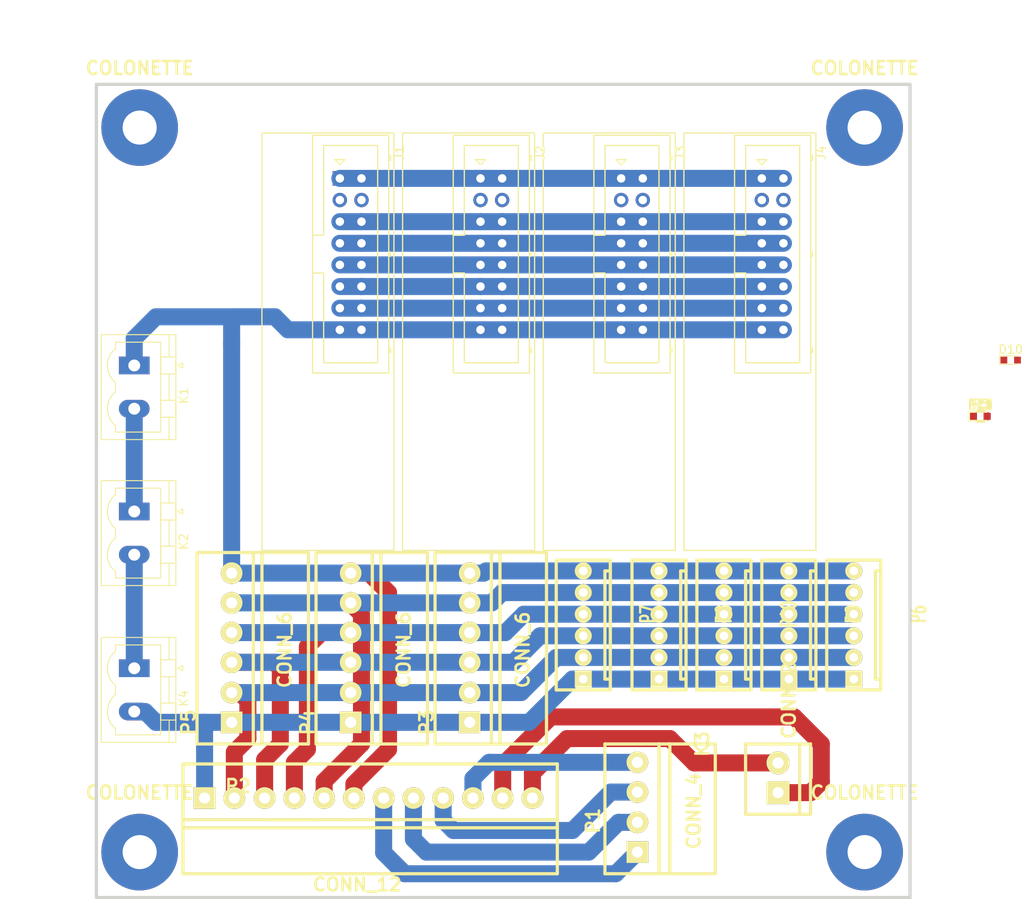
<source format=kicad_pcb>
(kicad_pcb (version 4) (host pcbnew 4.0.6)

  (general
    (links 133)
    (no_connects 17)
    (area 31.559499 53.149499 127.444501 149.034501)
    (thickness 1.6002)
    (drawings 6)
    (tracks 175)
    (zones 0)
    (modules 32)
    (nets 32)
  )

  (page A4)
  (title_block
    (title "Power Supply")
    (date "18 feb 2013")
    (rev "V 1.20")
    (company "CYBERNETIQUE EN NORD")
    (comment 1 F4DEB)
  )

  (layers
    (0 Composant signal)
    (31 Cuivre signal)
    (32 B.Adhes user)
    (33 F.Adhes user)
    (34 B.Paste user)
    (35 F.Paste user)
    (36 B.SilkS user)
    (37 F.SilkS user)
    (38 B.Mask user)
    (39 F.Mask user)
    (40 Dwgs.User user)
    (41 Cmts.User user)
    (42 Eco1.User user)
    (43 Eco2.User user)
    (44 Edge.Cuts user)
  )

  (setup
    (last_trace_width 1.99898)
    (user_trace_width 0.29972)
    (user_trace_width 0.35052)
    (user_trace_width 0.39878)
    (user_trace_width 0.5)
    (user_trace_width 1.00076)
    (user_trace_width 1.99898)
    (user_trace_width 2.99974)
    (user_trace_width 4.0005)
    (trace_clearance 0.20066)
    (zone_clearance 0.508)
    (zone_45_only no)
    (trace_min 0.2032)
    (segment_width 0.381)
    (edge_width 0.381)
    (via_size 1.30048)
    (via_drill 0.59944)
    (via_min_size 0.889)
    (via_min_drill 0.508)
    (user_via 1.30048 0.59944)
    (uvia_size 0.508)
    (uvia_drill 0.127)
    (uvias_allowed no)
    (uvia_min_size 0.508)
    (uvia_min_drill 0.127)
    (pcb_text_width 0.3048)
    (pcb_text_size 1.524 2.032)
    (mod_edge_width 0.381)
    (mod_text_size 1.524 1.524)
    (mod_text_width 0.3048)
    (pad_size 3.6576 2.032)
    (pad_drill 0)
    (pad_to_mask_clearance 0.254)
    (aux_axis_origin 0 0)
    (visible_elements 7FFEFFFF)
    (pcbplotparams
      (layerselection 0x00030_80000001)
      (usegerberextensions true)
      (excludeedgelayer true)
      (linewidth 0.150000)
      (plotframeref false)
      (viasonmask false)
      (mode 1)
      (useauxorigin false)
      (hpglpennumber 1)
      (hpglpenspeed 20)
      (hpglpendiameter 15)
      (hpglpenoverlay 0)
      (psnegative false)
      (psa4output false)
      (plotreference true)
      (plotvalue true)
      (plotinvisibletext false)
      (padsonsilk false)
      (subtractmaskfromsilk false)
      (outputformat 1)
      (mirror false)
      (drillshape 1)
      (scaleselection 1)
      (outputdirectory ""))
  )

  (net 0 "")
  (net 1 GND)
  (net 2 +3V3)
  (net 3 +5VA)
  (net 4 "Net-(D10-Pad2)")
  (net 5 +BATT)
  (net 6 "Net-(D11-Pad2)")
  (net 7 "Net-(D12-Pad2)")
  (net 8 "Net-(D13-Pad2)")
  (net 9 "Net-(D14-Pad2)")
  (net 10 +12V)
  (net 11 +5V)
  (net 12 "Net-(K1-Pad2)")
  (net 13 "Net-(K2-Pad2)")
  (net 14 /M3A)
  (net 15 /M3B)
  (net 16 /M2B)
  (net 17 /M2A)
  (net 18 /M1B)
  (net 19 /M1A)
  (net 20 "Net-(K5-Pad1)")
  (net 21 "Net-(K6-Pad1)")
  (net 22 "Net-(K7-Pad1)")
  (net 23 "Net-(K8-Pad1)")
  (net 24 "Net-(J1-Pad3)")
  (net 25 "Net-(J1-Pad4)")
  (net 26 "Net-(J2-Pad3)")
  (net 27 "Net-(J2-Pad4)")
  (net 28 "Net-(J3-Pad3)")
  (net 29 "Net-(J3-Pad4)")
  (net 30 "Net-(J4-Pad3)")
  (net 31 "Net-(J4-Pad4)")

  (net_class Default "Ceci est la Netclass par défaut"
    (clearance 0.20066)
    (trace_width 0.2032)
    (via_dia 1.30048)
    (via_drill 0.59944)
    (uvia_dia 0.508)
    (uvia_drill 0.127)
    (add_net +12V)
    (add_net +3V3)
    (add_net +5V)
    (add_net +5VA)
    (add_net +BATT)
    (add_net /M1A)
    (add_net /M1B)
    (add_net /M2A)
    (add_net /M2B)
    (add_net /M3A)
    (add_net /M3B)
    (add_net GND)
    (add_net "Net-(D10-Pad2)")
    (add_net "Net-(D11-Pad2)")
    (add_net "Net-(D12-Pad2)")
    (add_net "Net-(D13-Pad2)")
    (add_net "Net-(D14-Pad2)")
    (add_net "Net-(J1-Pad3)")
    (add_net "Net-(J1-Pad4)")
    (add_net "Net-(J2-Pad3)")
    (add_net "Net-(J2-Pad4)")
    (add_net "Net-(J3-Pad3)")
    (add_net "Net-(J3-Pad4)")
    (add_net "Net-(J4-Pad3)")
    (add_net "Net-(J4-Pad4)")
    (add_net "Net-(K1-Pad2)")
    (add_net "Net-(K2-Pad2)")
    (add_net "Net-(K5-Pad1)")
    (add_net "Net-(K6-Pad1)")
    (add_net "Net-(K7-Pad1)")
    (add_net "Net-(K8-Pad1)")
  )

  (module LEDs:LED_0603 (layer Composant) (tedit 57FE93A5) (tstamp 59C5A7BA)
    (at 139.065 85.725)
    (descr "LED 0603 smd package")
    (tags "LED led 0603 SMD smd SMT smt smdled SMDLED smtled SMTLED")
    (path /578FC3D7)
    (attr smd)
    (fp_text reference D10 (at 0 -1.25) (layer F.SilkS)
      (effects (font (size 1 1) (thickness 0.15)))
    )
    (fp_text value LED (at 0 1.35) (layer F.Fab)
      (effects (font (size 1 1) (thickness 0.15)))
    )
    (fp_line (start -1.3 -0.5) (end -1.3 0.5) (layer F.SilkS) (width 0.12))
    (fp_line (start -0.2 -0.2) (end -0.2 0.2) (layer F.Fab) (width 0.1))
    (fp_line (start -0.15 0) (end 0.15 -0.2) (layer F.Fab) (width 0.1))
    (fp_line (start 0.15 0.2) (end -0.15 0) (layer F.Fab) (width 0.1))
    (fp_line (start 0.15 -0.2) (end 0.15 0.2) (layer F.Fab) (width 0.1))
    (fp_line (start 0.8 0.4) (end -0.8 0.4) (layer F.Fab) (width 0.1))
    (fp_line (start 0.8 -0.4) (end 0.8 0.4) (layer F.Fab) (width 0.1))
    (fp_line (start -0.8 -0.4) (end 0.8 -0.4) (layer F.Fab) (width 0.1))
    (fp_line (start -0.8 0.4) (end -0.8 -0.4) (layer F.Fab) (width 0.1))
    (fp_line (start -1.3 0.5) (end 0.8 0.5) (layer F.SilkS) (width 0.12))
    (fp_line (start -1.3 -0.5) (end 0.8 -0.5) (layer F.SilkS) (width 0.12))
    (fp_line (start 1.45 -0.65) (end 1.45 0.65) (layer F.CrtYd) (width 0.05))
    (fp_line (start 1.45 0.65) (end -1.45 0.65) (layer F.CrtYd) (width 0.05))
    (fp_line (start -1.45 0.65) (end -1.45 -0.65) (layer F.CrtYd) (width 0.05))
    (fp_line (start -1.45 -0.65) (end 1.45 -0.65) (layer F.CrtYd) (width 0.05))
    (pad 2 smd rect (at 0.8 0 180) (size 0.8 0.8) (layers Composant F.Paste F.Mask)
      (net 4 "Net-(D10-Pad2)"))
    (pad 1 smd rect (at -0.8 0 180) (size 0.8 0.8) (layers Composant F.Paste F.Mask)
      (net 5 +BATT))
    (model ${KISYS3DMOD}/LEDs.3dshapes/LED_0603.wrl
      (at (xyz 0 0 0))
      (scale (xyz 1 1 1))
      (rotate (xyz 0 0 180))
    )
  )

  (module LEDs:LED_0603 (layer Composant) (tedit 57FE93A5) (tstamp 59C5A7CF)
    (at 135.509 92.329)
    (descr "LED 0603 smd package")
    (tags "LED led 0603 SMD smd SMT smt smdled SMDLED smtled SMTLED")
    (path /578FC3C6)
    (attr smd)
    (fp_text reference D11 (at 0 -1.25) (layer F.SilkS)
      (effects (font (size 1 1) (thickness 0.15)))
    )
    (fp_text value LED (at 0 1.35) (layer F.Fab)
      (effects (font (size 1 1) (thickness 0.15)))
    )
    (fp_line (start -1.3 -0.5) (end -1.3 0.5) (layer F.SilkS) (width 0.12))
    (fp_line (start -0.2 -0.2) (end -0.2 0.2) (layer F.Fab) (width 0.1))
    (fp_line (start -0.15 0) (end 0.15 -0.2) (layer F.Fab) (width 0.1))
    (fp_line (start 0.15 0.2) (end -0.15 0) (layer F.Fab) (width 0.1))
    (fp_line (start 0.15 -0.2) (end 0.15 0.2) (layer F.Fab) (width 0.1))
    (fp_line (start 0.8 0.4) (end -0.8 0.4) (layer F.Fab) (width 0.1))
    (fp_line (start 0.8 -0.4) (end 0.8 0.4) (layer F.Fab) (width 0.1))
    (fp_line (start -0.8 -0.4) (end 0.8 -0.4) (layer F.Fab) (width 0.1))
    (fp_line (start -0.8 0.4) (end -0.8 -0.4) (layer F.Fab) (width 0.1))
    (fp_line (start -1.3 0.5) (end 0.8 0.5) (layer F.SilkS) (width 0.12))
    (fp_line (start -1.3 -0.5) (end 0.8 -0.5) (layer F.SilkS) (width 0.12))
    (fp_line (start 1.45 -0.65) (end 1.45 0.65) (layer F.CrtYd) (width 0.05))
    (fp_line (start 1.45 0.65) (end -1.45 0.65) (layer F.CrtYd) (width 0.05))
    (fp_line (start -1.45 0.65) (end -1.45 -0.65) (layer F.CrtYd) (width 0.05))
    (fp_line (start -1.45 -0.65) (end 1.45 -0.65) (layer F.CrtYd) (width 0.05))
    (pad 2 smd rect (at 0.8 0 180) (size 0.8 0.8) (layers Composant F.Paste F.Mask)
      (net 6 "Net-(D11-Pad2)"))
    (pad 1 smd rect (at -0.8 0 180) (size 0.8 0.8) (layers Composant F.Paste F.Mask)
      (net 10 +12V))
    (model ${KISYS3DMOD}/LEDs.3dshapes/LED_0603.wrl
      (at (xyz 0 0 0))
      (scale (xyz 1 1 1))
      (rotate (xyz 0 0 180))
    )
  )

  (module LEDs:LED_0603 (layer Composant) (tedit 57FE93A5) (tstamp 59C5A7E4)
    (at 135.509 92.329)
    (descr "LED 0603 smd package")
    (tags "LED led 0603 SMD smd SMT smt smdled SMDLED smtled SMTLED")
    (path /578FC3C7)
    (attr smd)
    (fp_text reference D12 (at 0 -1.25) (layer F.SilkS)
      (effects (font (size 1 1) (thickness 0.15)))
    )
    (fp_text value LED (at 0 1.35) (layer F.Fab)
      (effects (font (size 1 1) (thickness 0.15)))
    )
    (fp_line (start -1.3 -0.5) (end -1.3 0.5) (layer F.SilkS) (width 0.12))
    (fp_line (start -0.2 -0.2) (end -0.2 0.2) (layer F.Fab) (width 0.1))
    (fp_line (start -0.15 0) (end 0.15 -0.2) (layer F.Fab) (width 0.1))
    (fp_line (start 0.15 0.2) (end -0.15 0) (layer F.Fab) (width 0.1))
    (fp_line (start 0.15 -0.2) (end 0.15 0.2) (layer F.Fab) (width 0.1))
    (fp_line (start 0.8 0.4) (end -0.8 0.4) (layer F.Fab) (width 0.1))
    (fp_line (start 0.8 -0.4) (end 0.8 0.4) (layer F.Fab) (width 0.1))
    (fp_line (start -0.8 -0.4) (end 0.8 -0.4) (layer F.Fab) (width 0.1))
    (fp_line (start -0.8 0.4) (end -0.8 -0.4) (layer F.Fab) (width 0.1))
    (fp_line (start -1.3 0.5) (end 0.8 0.5) (layer F.SilkS) (width 0.12))
    (fp_line (start -1.3 -0.5) (end 0.8 -0.5) (layer F.SilkS) (width 0.12))
    (fp_line (start 1.45 -0.65) (end 1.45 0.65) (layer F.CrtYd) (width 0.05))
    (fp_line (start 1.45 0.65) (end -1.45 0.65) (layer F.CrtYd) (width 0.05))
    (fp_line (start -1.45 0.65) (end -1.45 -0.65) (layer F.CrtYd) (width 0.05))
    (fp_line (start -1.45 -0.65) (end 1.45 -0.65) (layer F.CrtYd) (width 0.05))
    (pad 2 smd rect (at 0.8 0 180) (size 0.8 0.8) (layers Composant F.Paste F.Mask)
      (net 7 "Net-(D12-Pad2)"))
    (pad 1 smd rect (at -0.8 0 180) (size 0.8 0.8) (layers Composant F.Paste F.Mask)
      (net 3 +5VA))
    (model ${KISYS3DMOD}/LEDs.3dshapes/LED_0603.wrl
      (at (xyz 0 0 0))
      (scale (xyz 1 1 1))
      (rotate (xyz 0 0 180))
    )
  )

  (module LEDs:LED_0603 (layer Composant) (tedit 57FE93A5) (tstamp 59C5A7F9)
    (at 135.509 92.329)
    (descr "LED 0603 smd package")
    (tags "LED led 0603 SMD smd SMT smt smdled SMDLED smtled SMTLED")
    (path /578FC3C9)
    (attr smd)
    (fp_text reference D13 (at 0 -1.25) (layer F.SilkS)
      (effects (font (size 1 1) (thickness 0.15)))
    )
    (fp_text value LED (at 0 1.35) (layer F.Fab)
      (effects (font (size 1 1) (thickness 0.15)))
    )
    (fp_line (start -1.3 -0.5) (end -1.3 0.5) (layer F.SilkS) (width 0.12))
    (fp_line (start -0.2 -0.2) (end -0.2 0.2) (layer F.Fab) (width 0.1))
    (fp_line (start -0.15 0) (end 0.15 -0.2) (layer F.Fab) (width 0.1))
    (fp_line (start 0.15 0.2) (end -0.15 0) (layer F.Fab) (width 0.1))
    (fp_line (start 0.15 -0.2) (end 0.15 0.2) (layer F.Fab) (width 0.1))
    (fp_line (start 0.8 0.4) (end -0.8 0.4) (layer F.Fab) (width 0.1))
    (fp_line (start 0.8 -0.4) (end 0.8 0.4) (layer F.Fab) (width 0.1))
    (fp_line (start -0.8 -0.4) (end 0.8 -0.4) (layer F.Fab) (width 0.1))
    (fp_line (start -0.8 0.4) (end -0.8 -0.4) (layer F.Fab) (width 0.1))
    (fp_line (start -1.3 0.5) (end 0.8 0.5) (layer F.SilkS) (width 0.12))
    (fp_line (start -1.3 -0.5) (end 0.8 -0.5) (layer F.SilkS) (width 0.12))
    (fp_line (start 1.45 -0.65) (end 1.45 0.65) (layer F.CrtYd) (width 0.05))
    (fp_line (start 1.45 0.65) (end -1.45 0.65) (layer F.CrtYd) (width 0.05))
    (fp_line (start -1.45 0.65) (end -1.45 -0.65) (layer F.CrtYd) (width 0.05))
    (fp_line (start -1.45 -0.65) (end 1.45 -0.65) (layer F.CrtYd) (width 0.05))
    (pad 2 smd rect (at 0.8 0 180) (size 0.8 0.8) (layers Composant F.Paste F.Mask)
      (net 8 "Net-(D13-Pad2)"))
    (pad 1 smd rect (at -0.8 0 180) (size 0.8 0.8) (layers Composant F.Paste F.Mask)
      (net 11 +5V))
    (model ${KISYS3DMOD}/LEDs.3dshapes/LED_0603.wrl
      (at (xyz 0 0 0))
      (scale (xyz 1 1 1))
      (rotate (xyz 0 0 180))
    )
  )

  (module LEDs:LED_0603 (layer Composant) (tedit 57FE93A5) (tstamp 59C5A80E)
    (at 135.509 92.329)
    (descr "LED 0603 smd package")
    (tags "LED led 0603 SMD smd SMT smt smdled SMDLED smtled SMTLED")
    (path /578FC3CA)
    (attr smd)
    (fp_text reference D14 (at 0 -1.25) (layer F.SilkS)
      (effects (font (size 1 1) (thickness 0.15)))
    )
    (fp_text value LED (at 0 1.35) (layer F.Fab)
      (effects (font (size 1 1) (thickness 0.15)))
    )
    (fp_line (start -1.3 -0.5) (end -1.3 0.5) (layer F.SilkS) (width 0.12))
    (fp_line (start -0.2 -0.2) (end -0.2 0.2) (layer F.Fab) (width 0.1))
    (fp_line (start -0.15 0) (end 0.15 -0.2) (layer F.Fab) (width 0.1))
    (fp_line (start 0.15 0.2) (end -0.15 0) (layer F.Fab) (width 0.1))
    (fp_line (start 0.15 -0.2) (end 0.15 0.2) (layer F.Fab) (width 0.1))
    (fp_line (start 0.8 0.4) (end -0.8 0.4) (layer F.Fab) (width 0.1))
    (fp_line (start 0.8 -0.4) (end 0.8 0.4) (layer F.Fab) (width 0.1))
    (fp_line (start -0.8 -0.4) (end 0.8 -0.4) (layer F.Fab) (width 0.1))
    (fp_line (start -0.8 0.4) (end -0.8 -0.4) (layer F.Fab) (width 0.1))
    (fp_line (start -1.3 0.5) (end 0.8 0.5) (layer F.SilkS) (width 0.12))
    (fp_line (start -1.3 -0.5) (end 0.8 -0.5) (layer F.SilkS) (width 0.12))
    (fp_line (start 1.45 -0.65) (end 1.45 0.65) (layer F.CrtYd) (width 0.05))
    (fp_line (start 1.45 0.65) (end -1.45 0.65) (layer F.CrtYd) (width 0.05))
    (fp_line (start -1.45 0.65) (end -1.45 -0.65) (layer F.CrtYd) (width 0.05))
    (fp_line (start -1.45 -0.65) (end 1.45 -0.65) (layer F.CrtYd) (width 0.05))
    (pad 2 smd rect (at 0.8 0 180) (size 0.8 0.8) (layers Composant F.Paste F.Mask)
      (net 9 "Net-(D14-Pad2)"))
    (pad 1 smd rect (at -0.8 0 180) (size 0.8 0.8) (layers Composant F.Paste F.Mask)
      (net 2 +3V3))
    (model ${KISYS3DMOD}/LEDs.3dshapes/LED_0603.wrl
      (at (xyz 0 0 0))
      (scale (xyz 1 1 1))
      (rotate (xyz 0 0 180))
    )
  )

  (module CEN-PCB:WEIDMULLER-2 (layer Composant) (tedit 4C0422E4) (tstamp 59C5A832)
    (at 107.95 130.81 90)
    (descr "Bornier d'alimentation 2 pins")
    (tags DEV)
    (path /59C392AD)
    (fp_text reference K3 (at 0 -5.08 90) (layer F.SilkS)
      (effects (font (thickness 0.3048)))
    )
    (fp_text value CONN_2 (at 5.08 5.08 90) (layer F.SilkS)
      (effects (font (thickness 0.3048)))
    )
    (fp_line (start -8.255 0) (end 0 0) (layer F.SilkS) (width 0.381))
    (fp_line (start -8.255 7.62) (end 0 7.62) (layer F.SilkS) (width 0.381))
    (fp_line (start -8.255 6.35) (end 0 6.35) (layer F.SilkS) (width 0.381))
    (fp_line (start 0 7.62) (end 0 0) (layer F.SilkS) (width 0.381))
    (fp_line (start -8.255 7.62) (end -8.255 0) (layer F.SilkS) (width 0.381))
    (fp_line (start -8.255 0) (end -8.255 7.62) (layer F.SilkS) (width 0.3048))
    (pad 1 thru_hole rect (at -5.715 3.81 90) (size 2.70002 2.70002) (drill 1.30048) (layers *.Cu *.Mask F.SilkS)
      (net 14 /M3A))
    (pad 2 thru_hole circle (at -2.2225 3.81 90) (size 2.70002 2.70002) (drill 1.30048) (layers *.Cu *.Mask F.SilkS)
      (net 15 /M3B))
    (model f4deb.3dshapes/weidmuller-2.wrl
      (at (xyz -0.1 -0.1 0))
      (scale (xyz 1 1 1))
      (rotate (xyz 0 0 180))
    )
  )

  (module CEN-PCB:WEIDMULLER-6 (layer Composant) (tedit 4C54602A) (tstamp 59C5A885)
    (at 75.565 128.27 90)
    (descr "Bornier d'alimentation 2 pins")
    (tags DEV)
    (path /59C37F08)
    (fp_text reference P3 (at 0 -5.08 90) (layer F.SilkS)
      (effects (font (thickness 0.3048)))
    )
    (fp_text value CONN_6 (at 8.509 6.223 90) (layer F.SilkS)
      (effects (font (thickness 0.3048)))
    )
    (fp_line (start 19.939 9.017) (end -2.54 9.017) (layer F.SilkS) (width 0.381))
    (fp_line (start 19.812 -4.064) (end -2.54 -4.064) (layer F.SilkS) (width 0.381))
    (fp_line (start 19.304 2.54) (end 19.812 2.54) (layer F.SilkS) (width 0.381))
    (fp_line (start 19.558 2.54) (end -2.286 2.54) (layer F.SilkS) (width 0.381))
    (fp_line (start -2.286 2.54) (end -2.54 2.54) (layer F.SilkS) (width 0.381))
    (fp_line (start 19.812 3.556) (end -2.54 3.556) (layer F.SilkS) (width 0.381))
    (fp_line (start -2.54 3.556) (end -2.54 9.017) (layer F.SilkS) (width 0.381))
    (fp_line (start 19.939 9.017) (end 19.939 3.175) (layer F.SilkS) (width 0.381))
    (fp_line (start 19.939 -4.0005) (end 19.939 3.4925) (layer F.SilkS) (width 0.381))
    (fp_line (start -2.54 -4.0005) (end -2.54 3.4925) (layer F.SilkS) (width 0.381))
    (pad 1 thru_hole rect (at 0 0 90) (size 2.54 2.54) (drill 1.30048) (layers *.Cu *.Mask F.SilkS)
      (net 5 +BATT))
    (pad 2 thru_hole circle (at 3.4925 0 90) (size 2.54 2.54) (drill 1.30048) (layers *.Cu *.Mask F.SilkS)
      (net 10 +12V))
    (pad 3 thru_hole circle (at 7.0485 0 90) (size 2.54 2.54) (drill 1.30048) (layers *.Cu *.Mask F.SilkS)
      (net 3 +5VA))
    (pad 4 thru_hole circle (at 10.541 0 90) (size 2.54 2.54) (drill 1.30048) (layers *.Cu *.Mask F.SilkS)
      (net 11 +5V))
    (pad 5 thru_hole circle (at 14.0335 0 90) (size 2.54 2.54) (drill 1.30048) (layers *.Cu *.Mask F.SilkS)
      (net 2 +3V3))
    (pad 6 thru_hole circle (at 17.526 0 90) (size 2.54 2.54) (drill 1.30048) (layers *.Cu *.Mask F.SilkS)
      (net 1 GND))
    (model f4deb.3dshapes/weidmuller-6.wrl
      (at (xyz 0 0 0))
      (scale (xyz 1 1 1))
      (rotate (xyz 0 0 0))
    )
  )

  (module Resistors_SMD:R_0603 (layer Composant) (tedit 58E0A804) (tstamp 59C5A922)
    (at 135.509 92.329)
    (descr "Resistor SMD 0603, reflow soldering, Vishay (see dcrcw.pdf)")
    (tags "resistor 0603")
    (path /578FC3D6)
    (attr smd)
    (fp_text reference R5 (at 0 -1.45) (layer F.SilkS)
      (effects (font (size 1 1) (thickness 0.15)))
    )
    (fp_text value 3.3k (at 0 1.5) (layer F.Fab)
      (effects (font (size 1 1) (thickness 0.15)))
    )
    (fp_text user %R (at 0 0) (layer F.Fab)
      (effects (font (size 0.4 0.4) (thickness 0.075)))
    )
    (fp_line (start -0.8 0.4) (end -0.8 -0.4) (layer F.Fab) (width 0.1))
    (fp_line (start 0.8 0.4) (end -0.8 0.4) (layer F.Fab) (width 0.1))
    (fp_line (start 0.8 -0.4) (end 0.8 0.4) (layer F.Fab) (width 0.1))
    (fp_line (start -0.8 -0.4) (end 0.8 -0.4) (layer F.Fab) (width 0.1))
    (fp_line (start 0.5 0.68) (end -0.5 0.68) (layer F.SilkS) (width 0.12))
    (fp_line (start -0.5 -0.68) (end 0.5 -0.68) (layer F.SilkS) (width 0.12))
    (fp_line (start -1.25 -0.7) (end 1.25 -0.7) (layer F.CrtYd) (width 0.05))
    (fp_line (start -1.25 -0.7) (end -1.25 0.7) (layer F.CrtYd) (width 0.05))
    (fp_line (start 1.25 0.7) (end 1.25 -0.7) (layer F.CrtYd) (width 0.05))
    (fp_line (start 1.25 0.7) (end -1.25 0.7) (layer F.CrtYd) (width 0.05))
    (pad 1 smd rect (at -0.75 0) (size 0.5 0.9) (layers Composant F.Paste F.Mask)
      (net 4 "Net-(D10-Pad2)"))
    (pad 2 smd rect (at 0.75 0) (size 0.5 0.9) (layers Composant F.Paste F.Mask)
      (net 1 GND))
    (model ${KISYS3DMOD}/Resistors_SMD.3dshapes/R_0603.wrl
      (at (xyz 0 0 0))
      (scale (xyz 1 1 1))
      (rotate (xyz 0 0 0))
    )
  )

  (module Resistors_SMD:R_0603 (layer Composant) (tedit 58E0A804) (tstamp 59C5A933)
    (at 135.509 92.329)
    (descr "Resistor SMD 0603, reflow soldering, Vishay (see dcrcw.pdf)")
    (tags "resistor 0603")
    (path /578FC3C2)
    (attr smd)
    (fp_text reference R10 (at 0 -1.45) (layer F.SilkS)
      (effects (font (size 1 1) (thickness 0.15)))
    )
    (fp_text value 3.3k (at 0 1.5) (layer F.Fab)
      (effects (font (size 1 1) (thickness 0.15)))
    )
    (fp_text user %R (at 0 0) (layer F.Fab)
      (effects (font (size 0.4 0.4) (thickness 0.075)))
    )
    (fp_line (start -0.8 0.4) (end -0.8 -0.4) (layer F.Fab) (width 0.1))
    (fp_line (start 0.8 0.4) (end -0.8 0.4) (layer F.Fab) (width 0.1))
    (fp_line (start 0.8 -0.4) (end 0.8 0.4) (layer F.Fab) (width 0.1))
    (fp_line (start -0.8 -0.4) (end 0.8 -0.4) (layer F.Fab) (width 0.1))
    (fp_line (start 0.5 0.68) (end -0.5 0.68) (layer F.SilkS) (width 0.12))
    (fp_line (start -0.5 -0.68) (end 0.5 -0.68) (layer F.SilkS) (width 0.12))
    (fp_line (start -1.25 -0.7) (end 1.25 -0.7) (layer F.CrtYd) (width 0.05))
    (fp_line (start -1.25 -0.7) (end -1.25 0.7) (layer F.CrtYd) (width 0.05))
    (fp_line (start 1.25 0.7) (end 1.25 -0.7) (layer F.CrtYd) (width 0.05))
    (fp_line (start 1.25 0.7) (end -1.25 0.7) (layer F.CrtYd) (width 0.05))
    (pad 1 smd rect (at -0.75 0) (size 0.5 0.9) (layers Composant F.Paste F.Mask)
      (net 6 "Net-(D11-Pad2)"))
    (pad 2 smd rect (at 0.75 0) (size 0.5 0.9) (layers Composant F.Paste F.Mask)
      (net 1 GND))
    (model ${KISYS3DMOD}/Resistors_SMD.3dshapes/R_0603.wrl
      (at (xyz 0 0 0))
      (scale (xyz 1 1 1))
      (rotate (xyz 0 0 0))
    )
  )

  (module Resistors_SMD:R_0603 (layer Composant) (tedit 58E0A804) (tstamp 59C5A944)
    (at 135.509 92.329)
    (descr "Resistor SMD 0603, reflow soldering, Vishay (see dcrcw.pdf)")
    (tags "resistor 0603")
    (path /578FC3C1)
    (attr smd)
    (fp_text reference R15 (at 0 -1.45) (layer F.SilkS)
      (effects (font (size 1 1) (thickness 0.15)))
    )
    (fp_text value 1k (at 0 1.5) (layer F.Fab)
      (effects (font (size 1 1) (thickness 0.15)))
    )
    (fp_text user %R (at 0 0) (layer F.Fab)
      (effects (font (size 0.4 0.4) (thickness 0.075)))
    )
    (fp_line (start -0.8 0.4) (end -0.8 -0.4) (layer F.Fab) (width 0.1))
    (fp_line (start 0.8 0.4) (end -0.8 0.4) (layer F.Fab) (width 0.1))
    (fp_line (start 0.8 -0.4) (end 0.8 0.4) (layer F.Fab) (width 0.1))
    (fp_line (start -0.8 -0.4) (end 0.8 -0.4) (layer F.Fab) (width 0.1))
    (fp_line (start 0.5 0.68) (end -0.5 0.68) (layer F.SilkS) (width 0.12))
    (fp_line (start -0.5 -0.68) (end 0.5 -0.68) (layer F.SilkS) (width 0.12))
    (fp_line (start -1.25 -0.7) (end 1.25 -0.7) (layer F.CrtYd) (width 0.05))
    (fp_line (start -1.25 -0.7) (end -1.25 0.7) (layer F.CrtYd) (width 0.05))
    (fp_line (start 1.25 0.7) (end 1.25 -0.7) (layer F.CrtYd) (width 0.05))
    (fp_line (start 1.25 0.7) (end -1.25 0.7) (layer F.CrtYd) (width 0.05))
    (pad 1 smd rect (at -0.75 0) (size 0.5 0.9) (layers Composant F.Paste F.Mask)
      (net 7 "Net-(D12-Pad2)"))
    (pad 2 smd rect (at 0.75 0) (size 0.5 0.9) (layers Composant F.Paste F.Mask)
      (net 1 GND))
    (model ${KISYS3DMOD}/Resistors_SMD.3dshapes/R_0603.wrl
      (at (xyz 0 0 0))
      (scale (xyz 1 1 1))
      (rotate (xyz 0 0 0))
    )
  )

  (module Resistors_SMD:R_0603 (layer Composant) (tedit 58E0A804) (tstamp 59C5A955)
    (at 135.509 92.329)
    (descr "Resistor SMD 0603, reflow soldering, Vishay (see dcrcw.pdf)")
    (tags "resistor 0603")
    (path /578FC3C4)
    (attr smd)
    (fp_text reference R20 (at 0 -1.45) (layer F.SilkS)
      (effects (font (size 1 1) (thickness 0.15)))
    )
    (fp_text value 1k (at 0 1.5) (layer F.Fab)
      (effects (font (size 1 1) (thickness 0.15)))
    )
    (fp_text user %R (at 0 0) (layer F.Fab)
      (effects (font (size 0.4 0.4) (thickness 0.075)))
    )
    (fp_line (start -0.8 0.4) (end -0.8 -0.4) (layer F.Fab) (width 0.1))
    (fp_line (start 0.8 0.4) (end -0.8 0.4) (layer F.Fab) (width 0.1))
    (fp_line (start 0.8 -0.4) (end 0.8 0.4) (layer F.Fab) (width 0.1))
    (fp_line (start -0.8 -0.4) (end 0.8 -0.4) (layer F.Fab) (width 0.1))
    (fp_line (start 0.5 0.68) (end -0.5 0.68) (layer F.SilkS) (width 0.12))
    (fp_line (start -0.5 -0.68) (end 0.5 -0.68) (layer F.SilkS) (width 0.12))
    (fp_line (start -1.25 -0.7) (end 1.25 -0.7) (layer F.CrtYd) (width 0.05))
    (fp_line (start -1.25 -0.7) (end -1.25 0.7) (layer F.CrtYd) (width 0.05))
    (fp_line (start 1.25 0.7) (end 1.25 -0.7) (layer F.CrtYd) (width 0.05))
    (fp_line (start 1.25 0.7) (end -1.25 0.7) (layer F.CrtYd) (width 0.05))
    (pad 1 smd rect (at -0.75 0) (size 0.5 0.9) (layers Composant F.Paste F.Mask)
      (net 8 "Net-(D13-Pad2)"))
    (pad 2 smd rect (at 0.75 0) (size 0.5 0.9) (layers Composant F.Paste F.Mask)
      (net 1 GND))
    (model ${KISYS3DMOD}/Resistors_SMD.3dshapes/R_0603.wrl
      (at (xyz 0 0 0))
      (scale (xyz 1 1 1))
      (rotate (xyz 0 0 0))
    )
  )

  (module Resistors_SMD:R_0603 (layer Composant) (tedit 58E0A804) (tstamp 59C5A966)
    (at 135.509 92.329)
    (descr "Resistor SMD 0603, reflow soldering, Vishay (see dcrcw.pdf)")
    (tags "resistor 0603")
    (path /578FC3C5)
    (attr smd)
    (fp_text reference R21 (at 0 -1.45) (layer F.SilkS)
      (effects (font (size 1 1) (thickness 0.15)))
    )
    (fp_text value 470 (at 0 1.5) (layer F.Fab)
      (effects (font (size 1 1) (thickness 0.15)))
    )
    (fp_text user %R (at 0 0) (layer F.Fab)
      (effects (font (size 0.4 0.4) (thickness 0.075)))
    )
    (fp_line (start -0.8 0.4) (end -0.8 -0.4) (layer F.Fab) (width 0.1))
    (fp_line (start 0.8 0.4) (end -0.8 0.4) (layer F.Fab) (width 0.1))
    (fp_line (start 0.8 -0.4) (end 0.8 0.4) (layer F.Fab) (width 0.1))
    (fp_line (start -0.8 -0.4) (end 0.8 -0.4) (layer F.Fab) (width 0.1))
    (fp_line (start 0.5 0.68) (end -0.5 0.68) (layer F.SilkS) (width 0.12))
    (fp_line (start -0.5 -0.68) (end 0.5 -0.68) (layer F.SilkS) (width 0.12))
    (fp_line (start -1.25 -0.7) (end 1.25 -0.7) (layer F.CrtYd) (width 0.05))
    (fp_line (start -1.25 -0.7) (end -1.25 0.7) (layer F.CrtYd) (width 0.05))
    (fp_line (start 1.25 0.7) (end 1.25 -0.7) (layer F.CrtYd) (width 0.05))
    (fp_line (start 1.25 0.7) (end -1.25 0.7) (layer F.CrtYd) (width 0.05))
    (pad 1 smd rect (at -0.75 0) (size 0.5 0.9) (layers Composant F.Paste F.Mask)
      (net 9 "Net-(D14-Pad2)"))
    (pad 2 smd rect (at 0.75 0) (size 0.5 0.9) (layers Composant F.Paste F.Mask)
      (net 1 GND))
    (model ${KISYS3DMOD}/Resistors_SMD.3dshapes/R_0603.wrl
      (at (xyz 0 0 0))
      (scale (xyz 1 1 1))
      (rotate (xyz 0 0 0))
    )
  )

  (module f4deb-mod-library:COLONETTE (layer Composant) (tedit 55447988) (tstamp 59C5B434)
    (at 36.83 143.51)
    (path /59C59BD1)
    (fp_text reference K5 (at 0 0) (layer F.SilkS)
      (effects (font (thickness 0.3048)))
    )
    (fp_text value COLONETTE (at 0 -6.985) (layer F.SilkS)
      (effects (font (thickness 0.3048)))
    )
    (pad 1 thru_hole circle (at 0 0) (size 8.99922 8.99922) (drill 4.0005) (layers *.Cu)
      (net 20 "Net-(K5-Pad1)"))
    (pad 1 thru_hole circle (at 0 0) (size 2 2) (drill 0.6) (layers *.Cu *.Mask F.SilkS)
      (net 20 "Net-(K5-Pad1)"))
    (model git-f4deb-cen-electronic-library/wings/Colonette1.wrl
      (at (xyz 0 0 0))
      (scale (xyz 1 1 1))
      (rotate (xyz 0 0 0))
    )
  )

  (module f4deb-mod-library:COLONETTE (layer Composant) (tedit 55447988) (tstamp 59C5B43A)
    (at 121.92 143.51)
    (path /59C59EA5)
    (fp_text reference K6 (at 0 0) (layer F.SilkS)
      (effects (font (thickness 0.3048)))
    )
    (fp_text value COLONETTE (at 0 -6.985) (layer F.SilkS)
      (effects (font (thickness 0.3048)))
    )
    (pad 1 thru_hole circle (at 0 0) (size 8.99922 8.99922) (drill 4.0005) (layers *.Cu)
      (net 21 "Net-(K6-Pad1)"))
    (pad 1 thru_hole circle (at 0 0) (size 2 2) (drill 0.6) (layers *.Cu *.Mask F.SilkS)
      (net 21 "Net-(K6-Pad1)"))
    (model git-f4deb-cen-electronic-library/wings/Colonette1.wrl
      (at (xyz 0 0 0))
      (scale (xyz 1 1 1))
      (rotate (xyz 0 0 0))
    )
  )

  (module f4deb-mod-library:COLONETTE (layer Composant) (tedit 55447988) (tstamp 59C5B440)
    (at 36.83 58.42)
    (path /59C59F7A)
    (fp_text reference K7 (at 0 0) (layer F.SilkS)
      (effects (font (thickness 0.3048)))
    )
    (fp_text value COLONETTE (at 0 -6.985) (layer F.SilkS)
      (effects (font (thickness 0.3048)))
    )
    (pad 1 thru_hole circle (at 0 0) (size 8.99922 8.99922) (drill 4.0005) (layers *.Cu)
      (net 22 "Net-(K7-Pad1)"))
    (pad 1 thru_hole circle (at 0 0) (size 2 2) (drill 0.6) (layers *.Cu *.Mask F.SilkS)
      (net 22 "Net-(K7-Pad1)"))
    (model git-f4deb-cen-electronic-library/wings/Colonette1.wrl
      (at (xyz 0 0 0))
      (scale (xyz 1 1 1))
      (rotate (xyz 0 0 0))
    )
  )

  (module f4deb-mod-library:COLONETTE (layer Composant) (tedit 55447988) (tstamp 59C5B446)
    (at 121.92 58.42)
    (path /59C5A01D)
    (fp_text reference K8 (at 0 0) (layer F.SilkS)
      (effects (font (thickness 0.3048)))
    )
    (fp_text value COLONETTE (at 0 -6.985) (layer F.SilkS)
      (effects (font (thickness 0.3048)))
    )
    (pad 1 thru_hole circle (at 0 0) (size 8.99922 8.99922) (drill 4.0005) (layers *.Cu)
      (net 23 "Net-(K8-Pad1)"))
    (pad 1 thru_hole circle (at 0 0) (size 2 2) (drill 0.6) (layers *.Cu *.Mask F.SilkS)
      (net 23 "Net-(K8-Pad1)"))
    (model git-f4deb-cen-electronic-library/wings/Colonette1.wrl
      (at (xyz 0 0 0))
      (scale (xyz 1 1 1))
      (rotate (xyz 0 0 0))
    )
  )

  (module CEN-PCB:WEIDMULLER-6 (layer Composant) (tedit 4C54602A) (tstamp 59D96D7C)
    (at 61.595 128.27 90)
    (descr "Bornier d'alimentation 2 pins")
    (tags DEV)
    (path /59C37ED8)
    (fp_text reference P4 (at 0 -5.08 90) (layer F.SilkS)
      (effects (font (thickness 0.3048)))
    )
    (fp_text value CONN_6 (at 8.509 6.223 90) (layer F.SilkS)
      (effects (font (thickness 0.3048)))
    )
    (fp_line (start 19.939 9.017) (end -2.54 9.017) (layer F.SilkS) (width 0.381))
    (fp_line (start 19.812 -4.064) (end -2.54 -4.064) (layer F.SilkS) (width 0.381))
    (fp_line (start 19.304 2.54) (end 19.812 2.54) (layer F.SilkS) (width 0.381))
    (fp_line (start 19.558 2.54) (end -2.286 2.54) (layer F.SilkS) (width 0.381))
    (fp_line (start -2.286 2.54) (end -2.54 2.54) (layer F.SilkS) (width 0.381))
    (fp_line (start 19.812 3.556) (end -2.54 3.556) (layer F.SilkS) (width 0.381))
    (fp_line (start -2.54 3.556) (end -2.54 9.017) (layer F.SilkS) (width 0.381))
    (fp_line (start 19.939 9.017) (end 19.939 3.175) (layer F.SilkS) (width 0.381))
    (fp_line (start 19.939 -4.0005) (end 19.939 3.4925) (layer F.SilkS) (width 0.381))
    (fp_line (start -2.54 -4.0005) (end -2.54 3.4925) (layer F.SilkS) (width 0.381))
    (pad 1 thru_hole rect (at 0 0 90) (size 2.54 2.54) (drill 1.30048) (layers *.Cu *.Mask F.SilkS)
      (net 5 +BATT))
    (pad 2 thru_hole circle (at 3.4925 0 90) (size 2.54 2.54) (drill 1.30048) (layers *.Cu *.Mask F.SilkS)
      (net 10 +12V))
    (pad 3 thru_hole circle (at 7.0485 0 90) (size 2.54 2.54) (drill 1.30048) (layers *.Cu *.Mask F.SilkS)
      (net 3 +5VA))
    (pad 4 thru_hole circle (at 10.541 0 90) (size 2.54 2.54) (drill 1.30048) (layers *.Cu *.Mask F.SilkS)
      (net 11 +5V))
    (pad 5 thru_hole circle (at 14.0335 0 90) (size 2.54 2.54) (drill 1.30048) (layers *.Cu *.Mask F.SilkS)
      (net 2 +3V3))
    (pad 6 thru_hole circle (at 17.526 0 90) (size 2.54 2.54) (drill 1.30048) (layers *.Cu *.Mask F.SilkS)
      (net 1 GND))
    (model f4deb.3dshapes/weidmuller-6.wrl
      (at (xyz 0 0 0))
      (scale (xyz 1 1 1))
      (rotate (xyz 0 0 0))
    )
  )

  (module CEN-PCB:WEIDMULLER-6 (layer Composant) (tedit 4C54602A) (tstamp 59D96D90)
    (at 47.625 128.27 90)
    (descr "Bornier d'alimentation 2 pins")
    (tags DEV)
    (path /59C37CEA)
    (fp_text reference P5 (at 0 -5.08 90) (layer F.SilkS)
      (effects (font (thickness 0.3048)))
    )
    (fp_text value CONN_6 (at 8.509 6.223 90) (layer F.SilkS)
      (effects (font (thickness 0.3048)))
    )
    (fp_line (start 19.939 9.017) (end -2.54 9.017) (layer F.SilkS) (width 0.381))
    (fp_line (start 19.812 -4.064) (end -2.54 -4.064) (layer F.SilkS) (width 0.381))
    (fp_line (start 19.304 2.54) (end 19.812 2.54) (layer F.SilkS) (width 0.381))
    (fp_line (start 19.558 2.54) (end -2.286 2.54) (layer F.SilkS) (width 0.381))
    (fp_line (start -2.286 2.54) (end -2.54 2.54) (layer F.SilkS) (width 0.381))
    (fp_line (start 19.812 3.556) (end -2.54 3.556) (layer F.SilkS) (width 0.381))
    (fp_line (start -2.54 3.556) (end -2.54 9.017) (layer F.SilkS) (width 0.381))
    (fp_line (start 19.939 9.017) (end 19.939 3.175) (layer F.SilkS) (width 0.381))
    (fp_line (start 19.939 -4.0005) (end 19.939 3.4925) (layer F.SilkS) (width 0.381))
    (fp_line (start -2.54 -4.0005) (end -2.54 3.4925) (layer F.SilkS) (width 0.381))
    (pad 1 thru_hole rect (at 0 0 90) (size 2.54 2.54) (drill 1.30048) (layers *.Cu *.Mask F.SilkS)
      (net 5 +BATT))
    (pad 2 thru_hole circle (at 3.4925 0 90) (size 2.54 2.54) (drill 1.30048) (layers *.Cu *.Mask F.SilkS)
      (net 10 +12V))
    (pad 3 thru_hole circle (at 7.0485 0 90) (size 2.54 2.54) (drill 1.30048) (layers *.Cu *.Mask F.SilkS)
      (net 3 +5VA))
    (pad 4 thru_hole circle (at 10.541 0 90) (size 2.54 2.54) (drill 1.30048) (layers *.Cu *.Mask F.SilkS)
      (net 11 +5V))
    (pad 5 thru_hole circle (at 14.0335 0 90) (size 2.54 2.54) (drill 1.30048) (layers *.Cu *.Mask F.SilkS)
      (net 2 +3V3))
    (pad 6 thru_hole circle (at 17.526 0 90) (size 2.54 2.54) (drill 1.30048) (layers *.Cu *.Mask F.SilkS)
      (net 1 GND))
    (model f4deb.3dshapes/weidmuller-6.wrl
      (at (xyz 0 0 0))
      (scale (xyz 1 1 1))
      (rotate (xyz 0 0 0))
    )
  )

  (module CEN-PCB:KK-6 (layer Composant) (tedit 51BE0F5E) (tstamp 59D96DA6)
    (at 120.65 116.84 270)
    (descr "Connecteur 4 pibs")
    (tags "CONN DEV")
    (path /59C35113)
    (fp_text reference P6 (at -1.27 -7.62 270) (layer F.SilkS)
      (effects (font (size 1.73482 1.08712) (thickness 0.27178)))
    )
    (fp_text value CONN_6 (at -5.08 -5.08 270) (layer F.SilkS) hide
      (effects (font (size 1.524 1.016) (thickness 0.254)))
    )
    (fp_line (start -5.08 3.175) (end -7.62 3.175) (layer F.SilkS) (width 0.381))
    (fp_line (start -3.81 -2.54) (end -6.35 -2.54) (layer F.SilkS) (width 0.381))
    (fp_line (start -5.08 -3.175) (end -7.62 -3.175) (layer F.SilkS) (width 0.381))
    (fp_line (start -5.08 3.175) (end -1.905 3.175) (layer F.SilkS) (width 0.381))
    (fp_line (start -6.35 -2.54) (end -6.35 -3.175) (layer F.SilkS) (width 0.381))
    (fp_line (start 7.62 -3.175) (end -5.08 -3.175) (layer F.SilkS) (width 0.381))
    (fp_line (start -7.62 -3.175) (end -7.62 3.175) (layer F.SilkS) (width 0.381))
    (fp_line (start -3.81 -2.54) (end -1.27 -2.54) (layer F.SilkS) (width 0.381))
    (fp_line (start 6.35 -3.175) (end 6.35 -2.54) (layer F.SilkS) (width 0.381))
    (fp_line (start 6.35 -2.54) (end -1.27 -2.54) (layer F.SilkS) (width 0.381))
    (fp_line (start -2.54 3.175) (end 7.62 3.175) (layer F.SilkS) (width 0.381))
    (fp_line (start 7.62 3.175) (end 7.62 -3.175) (layer F.SilkS) (width 0.381))
    (pad 5 thru_hole circle (at -3.81 0 270) (size 1.99898 1.99898) (drill 1.00076) (layers *.Cu *.Mask F.SilkS)
      (net 2 +3V3))
    (pad 1 thru_hole rect (at 6.35 0 270) (size 1.99898 1.99898) (drill 1.00076) (layers *.Cu *.Mask F.SilkS)
      (net 5 +BATT))
    (pad 2 thru_hole circle (at 3.81 0 270) (size 1.99898 1.99898) (drill 1.00076) (layers *.Cu *.Mask F.SilkS)
      (net 10 +12V))
    (pad 3 thru_hole circle (at 1.27 0 270) (size 1.99898 1.99898) (drill 1.00076) (layers *.Cu *.Mask F.SilkS)
      (net 3 +5VA))
    (pad 4 thru_hole circle (at -1.27 0 270) (size 1.99898 1.99898) (drill 1.00076) (layers *.Cu *.Mask F.SilkS)
      (net 11 +5V))
    (pad 6 thru_hole circle (at -6.35 0 270) (size 1.99898 1.99898) (drill 1.00076) (layers *.Cu *.Mask F.SilkS)
      (net 1 GND))
    (model f4deb.3dshapes/KK-6.wrl
      (at (xyz 0 0 0))
      (scale (xyz 1 1 1))
      (rotate (xyz 0 0 0))
    )
  )

  (module CEN-PCB:KK-6 (layer Composant) (tedit 51BE0F5E) (tstamp 59D96DBC)
    (at 88.9 116.84 270)
    (descr "Connecteur 4 pibs")
    (tags "CONN DEV")
    (path /59C37F68)
    (fp_text reference P7 (at -1.27 -7.62 270) (layer F.SilkS)
      (effects (font (size 1.73482 1.08712) (thickness 0.27178)))
    )
    (fp_text value CONN_6 (at -5.08 -5.08 270) (layer F.SilkS) hide
      (effects (font (size 1.524 1.016) (thickness 0.254)))
    )
    (fp_line (start -5.08 3.175) (end -7.62 3.175) (layer F.SilkS) (width 0.381))
    (fp_line (start -3.81 -2.54) (end -6.35 -2.54) (layer F.SilkS) (width 0.381))
    (fp_line (start -5.08 -3.175) (end -7.62 -3.175) (layer F.SilkS) (width 0.381))
    (fp_line (start -5.08 3.175) (end -1.905 3.175) (layer F.SilkS) (width 0.381))
    (fp_line (start -6.35 -2.54) (end -6.35 -3.175) (layer F.SilkS) (width 0.381))
    (fp_line (start 7.62 -3.175) (end -5.08 -3.175) (layer F.SilkS) (width 0.381))
    (fp_line (start -7.62 -3.175) (end -7.62 3.175) (layer F.SilkS) (width 0.381))
    (fp_line (start -3.81 -2.54) (end -1.27 -2.54) (layer F.SilkS) (width 0.381))
    (fp_line (start 6.35 -3.175) (end 6.35 -2.54) (layer F.SilkS) (width 0.381))
    (fp_line (start 6.35 -2.54) (end -1.27 -2.54) (layer F.SilkS) (width 0.381))
    (fp_line (start -2.54 3.175) (end 7.62 3.175) (layer F.SilkS) (width 0.381))
    (fp_line (start 7.62 3.175) (end 7.62 -3.175) (layer F.SilkS) (width 0.381))
    (pad 5 thru_hole circle (at -3.81 0 270) (size 1.99898 1.99898) (drill 1.00076) (layers *.Cu *.Mask F.SilkS)
      (net 2 +3V3))
    (pad 1 thru_hole rect (at 6.35 0 270) (size 1.99898 1.99898) (drill 1.00076) (layers *.Cu *.Mask F.SilkS)
      (net 5 +BATT))
    (pad 2 thru_hole circle (at 3.81 0 270) (size 1.99898 1.99898) (drill 1.00076) (layers *.Cu *.Mask F.SilkS)
      (net 10 +12V))
    (pad 3 thru_hole circle (at 1.27 0 270) (size 1.99898 1.99898) (drill 1.00076) (layers *.Cu *.Mask F.SilkS)
      (net 3 +5VA))
    (pad 4 thru_hole circle (at -1.27 0 270) (size 1.99898 1.99898) (drill 1.00076) (layers *.Cu *.Mask F.SilkS)
      (net 11 +5V))
    (pad 6 thru_hole circle (at -6.35 0 270) (size 1.99898 1.99898) (drill 1.00076) (layers *.Cu *.Mask F.SilkS)
      (net 1 GND))
    (model f4deb.3dshapes/KK-6.wrl
      (at (xyz 0 0 0))
      (scale (xyz 1 1 1))
      (rotate (xyz 0 0 0))
    )
  )

  (module CEN-PCB:KK-6 (layer Composant) (tedit 51BE0F5E) (tstamp 59D96DD2)
    (at 97.79 116.84 270)
    (descr "Connecteur 4 pibs")
    (tags "CONN DEV")
    (path /59C37F38)
    (fp_text reference P8 (at -1.27 -7.62 270) (layer F.SilkS)
      (effects (font (size 1.73482 1.08712) (thickness 0.27178)))
    )
    (fp_text value CONN_6 (at -5.08 -5.08 270) (layer F.SilkS) hide
      (effects (font (size 1.524 1.016) (thickness 0.254)))
    )
    (fp_line (start -5.08 3.175) (end -7.62 3.175) (layer F.SilkS) (width 0.381))
    (fp_line (start -3.81 -2.54) (end -6.35 -2.54) (layer F.SilkS) (width 0.381))
    (fp_line (start -5.08 -3.175) (end -7.62 -3.175) (layer F.SilkS) (width 0.381))
    (fp_line (start -5.08 3.175) (end -1.905 3.175) (layer F.SilkS) (width 0.381))
    (fp_line (start -6.35 -2.54) (end -6.35 -3.175) (layer F.SilkS) (width 0.381))
    (fp_line (start 7.62 -3.175) (end -5.08 -3.175) (layer F.SilkS) (width 0.381))
    (fp_line (start -7.62 -3.175) (end -7.62 3.175) (layer F.SilkS) (width 0.381))
    (fp_line (start -3.81 -2.54) (end -1.27 -2.54) (layer F.SilkS) (width 0.381))
    (fp_line (start 6.35 -3.175) (end 6.35 -2.54) (layer F.SilkS) (width 0.381))
    (fp_line (start 6.35 -2.54) (end -1.27 -2.54) (layer F.SilkS) (width 0.381))
    (fp_line (start -2.54 3.175) (end 7.62 3.175) (layer F.SilkS) (width 0.381))
    (fp_line (start 7.62 3.175) (end 7.62 -3.175) (layer F.SilkS) (width 0.381))
    (pad 5 thru_hole circle (at -3.81 0 270) (size 1.99898 1.99898) (drill 1.00076) (layers *.Cu *.Mask F.SilkS)
      (net 2 +3V3))
    (pad 1 thru_hole rect (at 6.35 0 270) (size 1.99898 1.99898) (drill 1.00076) (layers *.Cu *.Mask F.SilkS)
      (net 5 +BATT))
    (pad 2 thru_hole circle (at 3.81 0 270) (size 1.99898 1.99898) (drill 1.00076) (layers *.Cu *.Mask F.SilkS)
      (net 10 +12V))
    (pad 3 thru_hole circle (at 1.27 0 270) (size 1.99898 1.99898) (drill 1.00076) (layers *.Cu *.Mask F.SilkS)
      (net 3 +5VA))
    (pad 4 thru_hole circle (at -1.27 0 270) (size 1.99898 1.99898) (drill 1.00076) (layers *.Cu *.Mask F.SilkS)
      (net 11 +5V))
    (pad 6 thru_hole circle (at -6.35 0 270) (size 1.99898 1.99898) (drill 1.00076) (layers *.Cu *.Mask F.SilkS)
      (net 1 GND))
    (model f4deb.3dshapes/KK-6.wrl
      (at (xyz 0 0 0))
      (scale (xyz 1 1 1))
      (rotate (xyz 0 0 0))
    )
  )

  (module CEN-PCB:KK-6 (layer Composant) (tedit 51BE0F5E) (tstamp 59D96DE8)
    (at 113.03 116.84 270)
    (descr "Connecteur 4 pibs")
    (tags "CONN DEV")
    (path /59C37DAC)
    (fp_text reference P9 (at -1.27 -7.62 270) (layer F.SilkS)
      (effects (font (size 1.73482 1.08712) (thickness 0.27178)))
    )
    (fp_text value CONN_6 (at -5.08 -5.08 270) (layer F.SilkS) hide
      (effects (font (size 1.524 1.016) (thickness 0.254)))
    )
    (fp_line (start -5.08 3.175) (end -7.62 3.175) (layer F.SilkS) (width 0.381))
    (fp_line (start -3.81 -2.54) (end -6.35 -2.54) (layer F.SilkS) (width 0.381))
    (fp_line (start -5.08 -3.175) (end -7.62 -3.175) (layer F.SilkS) (width 0.381))
    (fp_line (start -5.08 3.175) (end -1.905 3.175) (layer F.SilkS) (width 0.381))
    (fp_line (start -6.35 -2.54) (end -6.35 -3.175) (layer F.SilkS) (width 0.381))
    (fp_line (start 7.62 -3.175) (end -5.08 -3.175) (layer F.SilkS) (width 0.381))
    (fp_line (start -7.62 -3.175) (end -7.62 3.175) (layer F.SilkS) (width 0.381))
    (fp_line (start -3.81 -2.54) (end -1.27 -2.54) (layer F.SilkS) (width 0.381))
    (fp_line (start 6.35 -3.175) (end 6.35 -2.54) (layer F.SilkS) (width 0.381))
    (fp_line (start 6.35 -2.54) (end -1.27 -2.54) (layer F.SilkS) (width 0.381))
    (fp_line (start -2.54 3.175) (end 7.62 3.175) (layer F.SilkS) (width 0.381))
    (fp_line (start 7.62 3.175) (end 7.62 -3.175) (layer F.SilkS) (width 0.381))
    (pad 5 thru_hole circle (at -3.81 0 270) (size 1.99898 1.99898) (drill 1.00076) (layers *.Cu *.Mask F.SilkS)
      (net 2 +3V3))
    (pad 1 thru_hole rect (at 6.35 0 270) (size 1.99898 1.99898) (drill 1.00076) (layers *.Cu *.Mask F.SilkS)
      (net 5 +BATT))
    (pad 2 thru_hole circle (at 3.81 0 270) (size 1.99898 1.99898) (drill 1.00076) (layers *.Cu *.Mask F.SilkS)
      (net 10 +12V))
    (pad 3 thru_hole circle (at 1.27 0 270) (size 1.99898 1.99898) (drill 1.00076) (layers *.Cu *.Mask F.SilkS)
      (net 3 +5VA))
    (pad 4 thru_hole circle (at -1.27 0 270) (size 1.99898 1.99898) (drill 1.00076) (layers *.Cu *.Mask F.SilkS)
      (net 11 +5V))
    (pad 6 thru_hole circle (at -6.35 0 270) (size 1.99898 1.99898) (drill 1.00076) (layers *.Cu *.Mask F.SilkS)
      (net 1 GND))
    (model f4deb.3dshapes/KK-6.wrl
      (at (xyz 0 0 0))
      (scale (xyz 1 1 1))
      (rotate (xyz 0 0 0))
    )
  )

  (module CEN-PCB:KK-6 (layer Composant) (tedit 51BE0F5E) (tstamp 59D96DFE)
    (at 105.41 116.84 270)
    (descr "Connecteur 4 pibs")
    (tags "CONN DEV")
    (path /59C37D7C)
    (fp_text reference P10 (at -1.27 -7.62 270) (layer F.SilkS)
      (effects (font (size 1.73482 1.08712) (thickness 0.27178)))
    )
    (fp_text value CONN_6 (at -5.08 -5.08 270) (layer F.SilkS) hide
      (effects (font (size 1.524 1.016) (thickness 0.254)))
    )
    (fp_line (start -5.08 3.175) (end -7.62 3.175) (layer F.SilkS) (width 0.381))
    (fp_line (start -3.81 -2.54) (end -6.35 -2.54) (layer F.SilkS) (width 0.381))
    (fp_line (start -5.08 -3.175) (end -7.62 -3.175) (layer F.SilkS) (width 0.381))
    (fp_line (start -5.08 3.175) (end -1.905 3.175) (layer F.SilkS) (width 0.381))
    (fp_line (start -6.35 -2.54) (end -6.35 -3.175) (layer F.SilkS) (width 0.381))
    (fp_line (start 7.62 -3.175) (end -5.08 -3.175) (layer F.SilkS) (width 0.381))
    (fp_line (start -7.62 -3.175) (end -7.62 3.175) (layer F.SilkS) (width 0.381))
    (fp_line (start -3.81 -2.54) (end -1.27 -2.54) (layer F.SilkS) (width 0.381))
    (fp_line (start 6.35 -3.175) (end 6.35 -2.54) (layer F.SilkS) (width 0.381))
    (fp_line (start 6.35 -2.54) (end -1.27 -2.54) (layer F.SilkS) (width 0.381))
    (fp_line (start -2.54 3.175) (end 7.62 3.175) (layer F.SilkS) (width 0.381))
    (fp_line (start 7.62 3.175) (end 7.62 -3.175) (layer F.SilkS) (width 0.381))
    (pad 5 thru_hole circle (at -3.81 0 270) (size 1.99898 1.99898) (drill 1.00076) (layers *.Cu *.Mask F.SilkS)
      (net 2 +3V3))
    (pad 1 thru_hole rect (at 6.35 0 270) (size 1.99898 1.99898) (drill 1.00076) (layers *.Cu *.Mask F.SilkS)
      (net 5 +BATT))
    (pad 2 thru_hole circle (at 3.81 0 270) (size 1.99898 1.99898) (drill 1.00076) (layers *.Cu *.Mask F.SilkS)
      (net 10 +12V))
    (pad 3 thru_hole circle (at 1.27 0 270) (size 1.99898 1.99898) (drill 1.00076) (layers *.Cu *.Mask F.SilkS)
      (net 3 +5VA))
    (pad 4 thru_hole circle (at -1.27 0 270) (size 1.99898 1.99898) (drill 1.00076) (layers *.Cu *.Mask F.SilkS)
      (net 11 +5V))
    (pad 6 thru_hole circle (at -6.35 0 270) (size 1.99898 1.99898) (drill 1.00076) (layers *.Cu *.Mask F.SilkS)
      (net 1 GND))
    (model f4deb.3dshapes/KK-6.wrl
      (at (xyz 0 0 0))
      (scale (xyz 1 1 1))
      (rotate (xyz 0 0 0))
    )
  )

  (module CEN-PCB:WEIDMULLER-4 (layer Composant) (tedit 4C54623D) (tstamp 59DA4780)
    (at 95.25 143.51 90)
    (descr "Bornier d'alimentation 2 pins")
    (tags DEV)
    (path /59C46E66)
    (fp_text reference P1 (at 3.683 -5.207 90) (layer F.SilkS)
      (effects (font (thickness 0.3048)))
    )
    (fp_text value CONN_4 (at 4.826 6.604 90) (layer F.SilkS)
      (effects (font (thickness 0.3048)))
    )
    (fp_line (start 12.7 9.144) (end -2.54 9.144) (layer F.SilkS) (width 0.381))
    (fp_line (start -2.54 9.144) (end -2.54 3.81) (layer F.SilkS) (width 0.381))
    (fp_line (start 12.7 3.683) (end 12.7 9.144) (layer F.SilkS) (width 0.381))
    (fp_line (start 12.7 3.81) (end 12.7 -3.81) (layer F.SilkS) (width 0.381))
    (fp_line (start -2.54 2.54) (end 12.7 2.54) (layer F.SilkS) (width 0.381))
    (fp_line (start -2.54 -3.81) (end 7.62 -3.81) (layer F.SilkS) (width 0.381))
    (fp_line (start 12.7 3.81) (end -2.54 3.81) (layer F.SilkS) (width 0.381))
    (fp_line (start -2.54 3.81) (end -2.54 -3.81) (layer F.SilkS) (width 0.381))
    (fp_line (start 7.62 -3.81) (end 12.7 -3.81) (layer F.SilkS) (width 0.381))
    (fp_line (start 12.7 2.54) (end 7.62 2.54) (layer F.SilkS) (width 0.381))
    (fp_line (start 7.62 2.54) (end -2.54 2.54) (layer F.SilkS) (width 0.3048))
    (fp_line (start 7.62 -3.81) (end -2.54 -3.81) (layer F.SilkS) (width 0.3048))
    (fp_line (start -2.54 -3.81) (end -2.54 3.81) (layer F.SilkS) (width 0.3048))
    (fp_line (start -2.54 3.81) (end 7.62 3.81) (layer F.SilkS) (width 0.3048))
    (pad 1 thru_hole rect (at 0 0 90) (size 2.54 2.54) (drill 1.30048) (layers *.Cu *.Mask F.SilkS)
      (net 19 /M1A))
    (pad 2 thru_hole circle (at 3.4925 0 90) (size 2.54 2.54) (drill 1.30048) (layers *.Cu *.Mask F.SilkS)
      (net 18 /M1B))
    (pad 3 thru_hole circle (at 7.0485 0 90) (size 2.54 2.54) (drill 1.30048) (layers *.Cu *.Mask F.SilkS)
      (net 17 /M2A))
    (pad 4 thru_hole circle (at 10.541 0 90) (size 2.54 2.54) (drill 1.30048) (layers *.Cu *.Mask F.SilkS)
      (net 16 /M2B))
    (model f4deb.3dshapes/weidmuller-4.wrl
      (at (xyz 0 0 0))
      (scale (xyz 1 1 1))
      (rotate (xyz 0 0 0))
    )
  )

  (module f4deb-mod-library:POWER_BOARD_0-10 (layer Composant) (tedit 59DA3CD8) (tstamp 59DA46B5)
    (at 66.675 59.055 270)
    (descr https://github.com/f4deb/cen-electronic-schema/wiki/4.1-POWER-MODULE)
    (tags POWER_BOARD)
    (path /59D97F3F)
    (fp_text reference J1 (at 2.334 -0.65 270) (layer F.SilkS)
      (effects (font (size 1 1) (thickness 0.15)))
    )
    (fp_text value CONN_02X08 (at 14.224 11.35 270) (layer F.Fab)
      (effects (font (size 1 1) (thickness 0.15)))
    )
    (fp_line (start 0 0) (end 49.022 0) (layer F.SilkS) (width 0.15))
    (fp_line (start 49.022 0) (end 49.022 15.494) (layer F.SilkS) (width 0.15))
    (fp_line (start 49.022 15.494) (end 0 15.494) (layer F.SilkS) (width 0.15))
    (fp_line (start 0 15.494) (end 0 0) (layer F.SilkS) (width 0.15))
    (fp_line (start 0.264 9.55) (end 0.264 0.61) (layer F.SilkS) (width 0.15))
    (fp_line (start 0.264 0.61) (end 28.184 0.61) (layer F.SilkS) (width 0.15))
    (fp_line (start 28.184 0.61) (end 28.184 9.55) (layer F.SilkS) (width 0.15))
    (fp_line (start 28.184 9.55) (end 0.264 9.55) (layer F.SilkS) (width 0.15))
    (fp_line (start 11.999 9.55) (end 11.999 8.25) (layer F.SilkS) (width 0.15))
    (fp_line (start 11.999 8.25) (end 1.464 8.25) (layer F.SilkS) (width 0.15))
    (fp_line (start 1.464 8.25) (end 1.464 1.91) (layer F.SilkS) (width 0.15))
    (fp_line (start 1.464 1.91) (end 26.984 1.91) (layer F.SilkS) (width 0.15))
    (fp_line (start 26.984 1.91) (end 26.984 8.25) (layer F.SilkS) (width 0.15))
    (fp_line (start 26.984 8.25) (end 16.449 8.25) (layer F.SilkS) (width 0.15))
    (fp_line (start 16.449 8.25) (end 16.449 9.55) (layer F.SilkS) (width 0.15))
    (fp_line (start 13.974 0.61) (end 13.974 0.41) (layer F.SilkS) (width 0.15))
    (fp_line (start 13.974 0.41) (end 14.474 0.41) (layer F.SilkS) (width 0.15))
    (fp_line (start 14.474 0.41) (end 14.474 0.61) (layer F.SilkS) (width 0.15))
    (fp_line (start 13.974 0.51) (end 14.474 0.51) (layer F.SilkS) (width 0.15))
    (fp_line (start 25.264 0.61) (end 25.264 0.41) (layer F.SilkS) (width 0.15))
    (fp_line (start 25.264 0.41) (end 25.764 0.41) (layer F.SilkS) (width 0.15))
    (fp_line (start 25.764 0.41) (end 25.764 0.61) (layer F.SilkS) (width 0.15))
    (fp_line (start 25.264 0.51) (end 25.764 0.51) (layer F.SilkS) (width 0.15))
    (fp_line (start 2.684 0.61) (end 2.684 0.41) (layer F.SilkS) (width 0.15))
    (fp_line (start 2.684 0.41) (end 3.184 0.41) (layer F.SilkS) (width 0.15))
    (fp_line (start 3.184 0.41) (end 3.184 0.61) (layer F.SilkS) (width 0.15))
    (fp_line (start 2.684 0.51) (end 3.184 0.51) (layer F.SilkS) (width 0.15))
    (fp_line (start 3.134 6.95) (end 3.134 5.75) (layer F.SilkS) (width 0.15))
    (fp_line (start 3.134 5.75) (end 3.734 6.35) (layer F.SilkS) (width 0.15))
    (fp_line (start 3.734 6.35) (end 3.134 6.95) (layer F.SilkS) (width 0.15))
    (fp_line (start -0.216 10.05) (end -0.216 0.1) (layer F.CrtYd) (width 0.05))
    (fp_line (start -0.216 0.1) (end 28.684 0.1) (layer F.CrtYd) (width 0.05))
    (fp_line (start 28.684 0.1) (end 28.684 10.05) (layer F.CrtYd) (width 0.05))
    (fp_line (start 28.684 10.05) (end -0.216 10.05) (layer F.CrtYd) (width 0.05))
    (pad 1 thru_hole rect (at 5.334 6.35 270) (size 1.7 1.7) (drill 1) (layers *.Cu *.Mask)
      (net 1 GND))
    (pad 2 thru_hole circle (at 5.334 3.81 270) (size 1.7 1.7) (drill 1) (layers *.Cu *.Mask)
      (net 1 GND))
    (pad 3 thru_hole circle (at 7.874 6.35 270) (size 1.7 1.7) (drill 1) (layers *.Cu *.Mask)
      (net 24 "Net-(J1-Pad3)"))
    (pad 4 thru_hole circle (at 7.874 3.81 270) (size 1.7 1.7) (drill 1) (layers *.Cu *.Mask)
      (net 25 "Net-(J1-Pad4)"))
    (pad 5 thru_hole circle (at 10.414 6.35 270) (size 1.7 1.7) (drill 1) (layers *.Cu *.Mask)
      (net 5 +BATT))
    (pad 6 thru_hole circle (at 10.414 3.81 270) (size 1.7 1.7) (drill 1) (layers *.Cu *.Mask)
      (net 5 +BATT))
    (pad 7 thru_hole circle (at 12.954 6.35 270) (size 1.7 1.7) (drill 1) (layers *.Cu *.Mask)
      (net 10 +12V))
    (pad 8 thru_hole circle (at 12.954 3.81 270) (size 1.7 1.7) (drill 1) (layers *.Cu *.Mask)
      (net 10 +12V))
    (pad 9 thru_hole circle (at 15.494 6.35 270) (size 1.7 1.7) (drill 1) (layers *.Cu *.Mask)
      (net 3 +5VA))
    (pad 10 thru_hole circle (at 15.494 3.81 270) (size 1.7 1.7) (drill 1) (layers *.Cu *.Mask)
      (net 3 +5VA))
    (pad 11 thru_hole circle (at 18.034 6.35 270) (size 1.7 1.7) (drill 1) (layers *.Cu *.Mask)
      (net 11 +5V))
    (pad 12 thru_hole circle (at 18.034 3.81 270) (size 1.7 1.7) (drill 1) (layers *.Cu *.Mask)
      (net 11 +5V))
    (pad 13 thru_hole circle (at 20.574 6.35 270) (size 1.7 1.7) (drill 1) (layers *.Cu *.Mask)
      (net 2 +3V3))
    (pad 14 thru_hole circle (at 20.574 3.81 270) (size 1.7 1.7) (drill 1) (layers *.Cu *.Mask)
      (net 2 +3V3))
    (pad 15 thru_hole circle (at 23.114 6.35 270) (size 1.7 1.7) (drill 1) (layers *.Cu *.Mask)
      (net 1 GND))
    (pad 16 thru_hole circle (at 23.114 3.81 270) (size 1.7 1.7) (drill 1) (layers *.Cu *.Mask)
      (net 1 GND))
    (model D:/electronique/git-f4deb/f4deb-3D-Object/POWER_MODULE.wrl
      (at (xyz 0 0 0))
      (scale (xyz 1 1 1))
      (rotate (xyz 0 0 0))
    )
  )

  (module f4deb-mod-library:POWER_BOARD_0-10 (layer Composant) (tedit 59DA3CD8) (tstamp 59DA46EB)
    (at 83.185 59.055 270)
    (descr https://github.com/f4deb/cen-electronic-schema/wiki/4.1-POWER-MODULE)
    (tags POWER_BOARD)
    (path /59D9527A)
    (fp_text reference J2 (at 2.334 -0.65 270) (layer F.SilkS)
      (effects (font (size 1 1) (thickness 0.15)))
    )
    (fp_text value CONN_02X08 (at 14.224 11.35 270) (layer F.Fab)
      (effects (font (size 1 1) (thickness 0.15)))
    )
    (fp_line (start 0 0) (end 49.022 0) (layer F.SilkS) (width 0.15))
    (fp_line (start 49.022 0) (end 49.022 15.494) (layer F.SilkS) (width 0.15))
    (fp_line (start 49.022 15.494) (end 0 15.494) (layer F.SilkS) (width 0.15))
    (fp_line (start 0 15.494) (end 0 0) (layer F.SilkS) (width 0.15))
    (fp_line (start 0.264 9.55) (end 0.264 0.61) (layer F.SilkS) (width 0.15))
    (fp_line (start 0.264 0.61) (end 28.184 0.61) (layer F.SilkS) (width 0.15))
    (fp_line (start 28.184 0.61) (end 28.184 9.55) (layer F.SilkS) (width 0.15))
    (fp_line (start 28.184 9.55) (end 0.264 9.55) (layer F.SilkS) (width 0.15))
    (fp_line (start 11.999 9.55) (end 11.999 8.25) (layer F.SilkS) (width 0.15))
    (fp_line (start 11.999 8.25) (end 1.464 8.25) (layer F.SilkS) (width 0.15))
    (fp_line (start 1.464 8.25) (end 1.464 1.91) (layer F.SilkS) (width 0.15))
    (fp_line (start 1.464 1.91) (end 26.984 1.91) (layer F.SilkS) (width 0.15))
    (fp_line (start 26.984 1.91) (end 26.984 8.25) (layer F.SilkS) (width 0.15))
    (fp_line (start 26.984 8.25) (end 16.449 8.25) (layer F.SilkS) (width 0.15))
    (fp_line (start 16.449 8.25) (end 16.449 9.55) (layer F.SilkS) (width 0.15))
    (fp_line (start 13.974 0.61) (end 13.974 0.41) (layer F.SilkS) (width 0.15))
    (fp_line (start 13.974 0.41) (end 14.474 0.41) (layer F.SilkS) (width 0.15))
    (fp_line (start 14.474 0.41) (end 14.474 0.61) (layer F.SilkS) (width 0.15))
    (fp_line (start 13.974 0.51) (end 14.474 0.51) (layer F.SilkS) (width 0.15))
    (fp_line (start 25.264 0.61) (end 25.264 0.41) (layer F.SilkS) (width 0.15))
    (fp_line (start 25.264 0.41) (end 25.764 0.41) (layer F.SilkS) (width 0.15))
    (fp_line (start 25.764 0.41) (end 25.764 0.61) (layer F.SilkS) (width 0.15))
    (fp_line (start 25.264 0.51) (end 25.764 0.51) (layer F.SilkS) (width 0.15))
    (fp_line (start 2.684 0.61) (end 2.684 0.41) (layer F.SilkS) (width 0.15))
    (fp_line (start 2.684 0.41) (end 3.184 0.41) (layer F.SilkS) (width 0.15))
    (fp_line (start 3.184 0.41) (end 3.184 0.61) (layer F.SilkS) (width 0.15))
    (fp_line (start 2.684 0.51) (end 3.184 0.51) (layer F.SilkS) (width 0.15))
    (fp_line (start 3.134 6.95) (end 3.134 5.75) (layer F.SilkS) (width 0.15))
    (fp_line (start 3.134 5.75) (end 3.734 6.35) (layer F.SilkS) (width 0.15))
    (fp_line (start 3.734 6.35) (end 3.134 6.95) (layer F.SilkS) (width 0.15))
    (fp_line (start -0.216 10.05) (end -0.216 0.1) (layer F.CrtYd) (width 0.05))
    (fp_line (start -0.216 0.1) (end 28.684 0.1) (layer F.CrtYd) (width 0.05))
    (fp_line (start 28.684 0.1) (end 28.684 10.05) (layer F.CrtYd) (width 0.05))
    (fp_line (start 28.684 10.05) (end -0.216 10.05) (layer F.CrtYd) (width 0.05))
    (pad 1 thru_hole rect (at 5.334 6.35 270) (size 1.7 1.7) (drill 1) (layers *.Cu *.Mask)
      (net 1 GND))
    (pad 2 thru_hole circle (at 5.334 3.81 270) (size 1.7 1.7) (drill 1) (layers *.Cu *.Mask)
      (net 1 GND))
    (pad 3 thru_hole circle (at 7.874 6.35 270) (size 1.7 1.7) (drill 1) (layers *.Cu *.Mask)
      (net 26 "Net-(J2-Pad3)"))
    (pad 4 thru_hole circle (at 7.874 3.81 270) (size 1.7 1.7) (drill 1) (layers *.Cu *.Mask)
      (net 27 "Net-(J2-Pad4)"))
    (pad 5 thru_hole circle (at 10.414 6.35 270) (size 1.7 1.7) (drill 1) (layers *.Cu *.Mask)
      (net 5 +BATT))
    (pad 6 thru_hole circle (at 10.414 3.81 270) (size 1.7 1.7) (drill 1) (layers *.Cu *.Mask)
      (net 5 +BATT))
    (pad 7 thru_hole circle (at 12.954 6.35 270) (size 1.7 1.7) (drill 1) (layers *.Cu *.Mask)
      (net 10 +12V))
    (pad 8 thru_hole circle (at 12.954 3.81 270) (size 1.7 1.7) (drill 1) (layers *.Cu *.Mask)
      (net 10 +12V))
    (pad 9 thru_hole circle (at 15.494 6.35 270) (size 1.7 1.7) (drill 1) (layers *.Cu *.Mask)
      (net 3 +5VA))
    (pad 10 thru_hole circle (at 15.494 3.81 270) (size 1.7 1.7) (drill 1) (layers *.Cu *.Mask)
      (net 3 +5VA))
    (pad 11 thru_hole circle (at 18.034 6.35 270) (size 1.7 1.7) (drill 1) (layers *.Cu *.Mask)
      (net 11 +5V))
    (pad 12 thru_hole circle (at 18.034 3.81 270) (size 1.7 1.7) (drill 1) (layers *.Cu *.Mask)
      (net 11 +5V))
    (pad 13 thru_hole circle (at 20.574 6.35 270) (size 1.7 1.7) (drill 1) (layers *.Cu *.Mask)
      (net 2 +3V3))
    (pad 14 thru_hole circle (at 20.574 3.81 270) (size 1.7 1.7) (drill 1) (layers *.Cu *.Mask)
      (net 2 +3V3))
    (pad 15 thru_hole circle (at 23.114 6.35 270) (size 1.7 1.7) (drill 1) (layers *.Cu *.Mask)
      (net 1 GND))
    (pad 16 thru_hole circle (at 23.114 3.81 270) (size 1.7 1.7) (drill 1) (layers *.Cu *.Mask)
      (net 1 GND))
    (model D:/electronique/git-f4deb/f4deb-3D-Object/POWER_MODULE.wrl
      (at (xyz 0 0 0))
      (scale (xyz 1 1 1))
      (rotate (xyz 0 0 0))
    )
  )

  (module f4deb-mod-library:POWER_BOARD_0-10 (layer Composant) (tedit 59DA3CD8) (tstamp 59DA4721)
    (at 99.695 59.055 270)
    (descr https://github.com/f4deb/cen-electronic-schema/wiki/4.1-POWER-MODULE)
    (tags POWER_BOARD)
    (path /59D982B3)
    (fp_text reference J3 (at 2.334 -0.65 270) (layer F.SilkS)
      (effects (font (size 1 1) (thickness 0.15)))
    )
    (fp_text value CONN_02X08 (at 14.224 11.35 270) (layer F.Fab)
      (effects (font (size 1 1) (thickness 0.15)))
    )
    (fp_line (start 0 0) (end 49.022 0) (layer F.SilkS) (width 0.15))
    (fp_line (start 49.022 0) (end 49.022 15.494) (layer F.SilkS) (width 0.15))
    (fp_line (start 49.022 15.494) (end 0 15.494) (layer F.SilkS) (width 0.15))
    (fp_line (start 0 15.494) (end 0 0) (layer F.SilkS) (width 0.15))
    (fp_line (start 0.264 9.55) (end 0.264 0.61) (layer F.SilkS) (width 0.15))
    (fp_line (start 0.264 0.61) (end 28.184 0.61) (layer F.SilkS) (width 0.15))
    (fp_line (start 28.184 0.61) (end 28.184 9.55) (layer F.SilkS) (width 0.15))
    (fp_line (start 28.184 9.55) (end 0.264 9.55) (layer F.SilkS) (width 0.15))
    (fp_line (start 11.999 9.55) (end 11.999 8.25) (layer F.SilkS) (width 0.15))
    (fp_line (start 11.999 8.25) (end 1.464 8.25) (layer F.SilkS) (width 0.15))
    (fp_line (start 1.464 8.25) (end 1.464 1.91) (layer F.SilkS) (width 0.15))
    (fp_line (start 1.464 1.91) (end 26.984 1.91) (layer F.SilkS) (width 0.15))
    (fp_line (start 26.984 1.91) (end 26.984 8.25) (layer F.SilkS) (width 0.15))
    (fp_line (start 26.984 8.25) (end 16.449 8.25) (layer F.SilkS) (width 0.15))
    (fp_line (start 16.449 8.25) (end 16.449 9.55) (layer F.SilkS) (width 0.15))
    (fp_line (start 13.974 0.61) (end 13.974 0.41) (layer F.SilkS) (width 0.15))
    (fp_line (start 13.974 0.41) (end 14.474 0.41) (layer F.SilkS) (width 0.15))
    (fp_line (start 14.474 0.41) (end 14.474 0.61) (layer F.SilkS) (width 0.15))
    (fp_line (start 13.974 0.51) (end 14.474 0.51) (layer F.SilkS) (width 0.15))
    (fp_line (start 25.264 0.61) (end 25.264 0.41) (layer F.SilkS) (width 0.15))
    (fp_line (start 25.264 0.41) (end 25.764 0.41) (layer F.SilkS) (width 0.15))
    (fp_line (start 25.764 0.41) (end 25.764 0.61) (layer F.SilkS) (width 0.15))
    (fp_line (start 25.264 0.51) (end 25.764 0.51) (layer F.SilkS) (width 0.15))
    (fp_line (start 2.684 0.61) (end 2.684 0.41) (layer F.SilkS) (width 0.15))
    (fp_line (start 2.684 0.41) (end 3.184 0.41) (layer F.SilkS) (width 0.15))
    (fp_line (start 3.184 0.41) (end 3.184 0.61) (layer F.SilkS) (width 0.15))
    (fp_line (start 2.684 0.51) (end 3.184 0.51) (layer F.SilkS) (width 0.15))
    (fp_line (start 3.134 6.95) (end 3.134 5.75) (layer F.SilkS) (width 0.15))
    (fp_line (start 3.134 5.75) (end 3.734 6.35) (layer F.SilkS) (width 0.15))
    (fp_line (start 3.734 6.35) (end 3.134 6.95) (layer F.SilkS) (width 0.15))
    (fp_line (start -0.216 10.05) (end -0.216 0.1) (layer F.CrtYd) (width 0.05))
    (fp_line (start -0.216 0.1) (end 28.684 0.1) (layer F.CrtYd) (width 0.05))
    (fp_line (start 28.684 0.1) (end 28.684 10.05) (layer F.CrtYd) (width 0.05))
    (fp_line (start 28.684 10.05) (end -0.216 10.05) (layer F.CrtYd) (width 0.05))
    (pad 1 thru_hole rect (at 5.334 6.35 270) (size 1.7 1.7) (drill 1) (layers *.Cu *.Mask)
      (net 1 GND))
    (pad 2 thru_hole circle (at 5.334 3.81 270) (size 1.7 1.7) (drill 1) (layers *.Cu *.Mask)
      (net 1 GND))
    (pad 3 thru_hole circle (at 7.874 6.35 270) (size 1.7 1.7) (drill 1) (layers *.Cu *.Mask)
      (net 28 "Net-(J3-Pad3)"))
    (pad 4 thru_hole circle (at 7.874 3.81 270) (size 1.7 1.7) (drill 1) (layers *.Cu *.Mask)
      (net 29 "Net-(J3-Pad4)"))
    (pad 5 thru_hole circle (at 10.414 6.35 270) (size 1.7 1.7) (drill 1) (layers *.Cu *.Mask)
      (net 5 +BATT))
    (pad 6 thru_hole circle (at 10.414 3.81 270) (size 1.7 1.7) (drill 1) (layers *.Cu *.Mask)
      (net 5 +BATT))
    (pad 7 thru_hole circle (at 12.954 6.35 270) (size 1.7 1.7) (drill 1) (layers *.Cu *.Mask)
      (net 10 +12V))
    (pad 8 thru_hole circle (at 12.954 3.81 270) (size 1.7 1.7) (drill 1) (layers *.Cu *.Mask)
      (net 10 +12V))
    (pad 9 thru_hole circle (at 15.494 6.35 270) (size 1.7 1.7) (drill 1) (layers *.Cu *.Mask)
      (net 3 +5VA))
    (pad 10 thru_hole circle (at 15.494 3.81 270) (size 1.7 1.7) (drill 1) (layers *.Cu *.Mask)
      (net 3 +5VA))
    (pad 11 thru_hole circle (at 18.034 6.35 270) (size 1.7 1.7) (drill 1) (layers *.Cu *.Mask)
      (net 11 +5V))
    (pad 12 thru_hole circle (at 18.034 3.81 270) (size 1.7 1.7) (drill 1) (layers *.Cu *.Mask)
      (net 11 +5V))
    (pad 13 thru_hole circle (at 20.574 6.35 270) (size 1.7 1.7) (drill 1) (layers *.Cu *.Mask)
      (net 2 +3V3))
    (pad 14 thru_hole circle (at 20.574 3.81 270) (size 1.7 1.7) (drill 1) (layers *.Cu *.Mask)
      (net 2 +3V3))
    (pad 15 thru_hole circle (at 23.114 6.35 270) (size 1.7 1.7) (drill 1) (layers *.Cu *.Mask)
      (net 1 GND))
    (pad 16 thru_hole circle (at 23.114 3.81 270) (size 1.7 1.7) (drill 1) (layers *.Cu *.Mask)
      (net 1 GND))
    (model D:/electronique/git-f4deb/f4deb-3D-Object/POWER_MODULE.wrl
      (at (xyz 0 0 0))
      (scale (xyz 1 1 1))
      (rotate (xyz 0 0 0))
    )
  )

  (module f4deb-mod-library:POWER_BOARD_0-10 (layer Composant) (tedit 59DA3CD8) (tstamp 59DA4757)
    (at 116.205 59.055 270)
    (descr https://github.com/f4deb/cen-electronic-schema/wiki/4.1-POWER-MODULE)
    (tags POWER_BOARD)
    (path /59D98249)
    (fp_text reference J4 (at 2.334 -0.65 270) (layer F.SilkS)
      (effects (font (size 1 1) (thickness 0.15)))
    )
    (fp_text value CONN_02X08 (at 14.224 11.35 270) (layer F.Fab)
      (effects (font (size 1 1) (thickness 0.15)))
    )
    (fp_line (start 0 0) (end 49.022 0) (layer F.SilkS) (width 0.15))
    (fp_line (start 49.022 0) (end 49.022 15.494) (layer F.SilkS) (width 0.15))
    (fp_line (start 49.022 15.494) (end 0 15.494) (layer F.SilkS) (width 0.15))
    (fp_line (start 0 15.494) (end 0 0) (layer F.SilkS) (width 0.15))
    (fp_line (start 0.264 9.55) (end 0.264 0.61) (layer F.SilkS) (width 0.15))
    (fp_line (start 0.264 0.61) (end 28.184 0.61) (layer F.SilkS) (width 0.15))
    (fp_line (start 28.184 0.61) (end 28.184 9.55) (layer F.SilkS) (width 0.15))
    (fp_line (start 28.184 9.55) (end 0.264 9.55) (layer F.SilkS) (width 0.15))
    (fp_line (start 11.999 9.55) (end 11.999 8.25) (layer F.SilkS) (width 0.15))
    (fp_line (start 11.999 8.25) (end 1.464 8.25) (layer F.SilkS) (width 0.15))
    (fp_line (start 1.464 8.25) (end 1.464 1.91) (layer F.SilkS) (width 0.15))
    (fp_line (start 1.464 1.91) (end 26.984 1.91) (layer F.SilkS) (width 0.15))
    (fp_line (start 26.984 1.91) (end 26.984 8.25) (layer F.SilkS) (width 0.15))
    (fp_line (start 26.984 8.25) (end 16.449 8.25) (layer F.SilkS) (width 0.15))
    (fp_line (start 16.449 8.25) (end 16.449 9.55) (layer F.SilkS) (width 0.15))
    (fp_line (start 13.974 0.61) (end 13.974 0.41) (layer F.SilkS) (width 0.15))
    (fp_line (start 13.974 0.41) (end 14.474 0.41) (layer F.SilkS) (width 0.15))
    (fp_line (start 14.474 0.41) (end 14.474 0.61) (layer F.SilkS) (width 0.15))
    (fp_line (start 13.974 0.51) (end 14.474 0.51) (layer F.SilkS) (width 0.15))
    (fp_line (start 25.264 0.61) (end 25.264 0.41) (layer F.SilkS) (width 0.15))
    (fp_line (start 25.264 0.41) (end 25.764 0.41) (layer F.SilkS) (width 0.15))
    (fp_line (start 25.764 0.41) (end 25.764 0.61) (layer F.SilkS) (width 0.15))
    (fp_line (start 25.264 0.51) (end 25.764 0.51) (layer F.SilkS) (width 0.15))
    (fp_line (start 2.684 0.61) (end 2.684 0.41) (layer F.SilkS) (width 0.15))
    (fp_line (start 2.684 0.41) (end 3.184 0.41) (layer F.SilkS) (width 0.15))
    (fp_line (start 3.184 0.41) (end 3.184 0.61) (layer F.SilkS) (width 0.15))
    (fp_line (start 2.684 0.51) (end 3.184 0.51) (layer F.SilkS) (width 0.15))
    (fp_line (start 3.134 6.95) (end 3.134 5.75) (layer F.SilkS) (width 0.15))
    (fp_line (start 3.134 5.75) (end 3.734 6.35) (layer F.SilkS) (width 0.15))
    (fp_line (start 3.734 6.35) (end 3.134 6.95) (layer F.SilkS) (width 0.15))
    (fp_line (start -0.216 10.05) (end -0.216 0.1) (layer F.CrtYd) (width 0.05))
    (fp_line (start -0.216 0.1) (end 28.684 0.1) (layer F.CrtYd) (width 0.05))
    (fp_line (start 28.684 0.1) (end 28.684 10.05) (layer F.CrtYd) (width 0.05))
    (fp_line (start 28.684 10.05) (end -0.216 10.05) (layer F.CrtYd) (width 0.05))
    (pad 1 thru_hole rect (at 5.334 6.35 270) (size 1.7 1.7) (drill 1) (layers *.Cu *.Mask)
      (net 1 GND))
    (pad 2 thru_hole circle (at 5.334 3.81 270) (size 1.7 1.7) (drill 1) (layers *.Cu *.Mask)
      (net 1 GND))
    (pad 3 thru_hole circle (at 7.874 6.35 270) (size 1.7 1.7) (drill 1) (layers *.Cu *.Mask)
      (net 30 "Net-(J4-Pad3)"))
    (pad 4 thru_hole circle (at 7.874 3.81 270) (size 1.7 1.7) (drill 1) (layers *.Cu *.Mask)
      (net 31 "Net-(J4-Pad4)"))
    (pad 5 thru_hole circle (at 10.414 6.35 270) (size 1.7 1.7) (drill 1) (layers *.Cu *.Mask)
      (net 5 +BATT))
    (pad 6 thru_hole circle (at 10.414 3.81 270) (size 1.7 1.7) (drill 1) (layers *.Cu *.Mask)
      (net 5 +BATT))
    (pad 7 thru_hole circle (at 12.954 6.35 270) (size 1.7 1.7) (drill 1) (layers *.Cu *.Mask)
      (net 10 +12V))
    (pad 8 thru_hole circle (at 12.954 3.81 270) (size 1.7 1.7) (drill 1) (layers *.Cu *.Mask)
      (net 10 +12V))
    (pad 9 thru_hole circle (at 15.494 6.35 270) (size 1.7 1.7) (drill 1) (layers *.Cu *.Mask)
      (net 3 +5VA))
    (pad 10 thru_hole circle (at 15.494 3.81 270) (size 1.7 1.7) (drill 1) (layers *.Cu *.Mask)
      (net 3 +5VA))
    (pad 11 thru_hole circle (at 18.034 6.35 270) (size 1.7 1.7) (drill 1) (layers *.Cu *.Mask)
      (net 11 +5V))
    (pad 12 thru_hole circle (at 18.034 3.81 270) (size 1.7 1.7) (drill 1) (layers *.Cu *.Mask)
      (net 11 +5V))
    (pad 13 thru_hole circle (at 20.574 6.35 270) (size 1.7 1.7) (drill 1) (layers *.Cu *.Mask)
      (net 2 +3V3))
    (pad 14 thru_hole circle (at 20.574 3.81 270) (size 1.7 1.7) (drill 1) (layers *.Cu *.Mask)
      (net 2 +3V3))
    (pad 15 thru_hole circle (at 23.114 6.35 270) (size 1.7 1.7) (drill 1) (layers *.Cu *.Mask)
      (net 1 GND))
    (pad 16 thru_hole circle (at 23.114 3.81 270) (size 1.7 1.7) (drill 1) (layers *.Cu *.Mask)
      (net 1 GND))
    (model D:/electronique/git-f4deb/f4deb-3D-Object/POWER_MODULE.wrl
      (at (xyz 0 0 0))
      (scale (xyz 1 1 1))
      (rotate (xyz 0 0 0))
    )
  )

  (module Connectors_Phoenix:PhoenixContact_MSTBVA-G_02x5.08mm_Vertical (layer Composant) (tedit 59566E5C) (tstamp 59C5A81A)
    (at 36.195 86.36 270)
    (descr "Generic Phoenix Contact connector footprint for series: MSTBVA-G; number of pins: 02; pin pitch: 5.08mm; Vertical || order number: 1755736 12A || order number: 1924305 16A (HC)")
    (tags "phoenix_contact connector MSTBVA_01x02_G_5.08mm")
    (path /578FC37A)
    (fp_text reference K1 (at 3.54 -5.8 270) (layer F.SilkS)
      (effects (font (size 1 1) (thickness 0.15)))
    )
    (fp_text value CONN_2 (at 2.54 4.8 270) (layer F.Fab)
      (effects (font (size 1 1) (thickness 0.15)))
    )
    (fp_arc (start 0 0.55) (end -2 2.2) (angle -100.5) (layer F.SilkS) (width 0.12))
    (fp_arc (start 5.08 0.55) (end 3.08 2.2) (angle -100.5) (layer F.SilkS) (width 0.12))
    (fp_line (start -3.62 -4.88) (end -3.62 3.88) (layer F.SilkS) (width 0.12))
    (fp_line (start -3.62 3.88) (end 8.7 3.88) (layer F.SilkS) (width 0.12))
    (fp_line (start 8.7 3.88) (end 8.7 -4.88) (layer F.SilkS) (width 0.12))
    (fp_line (start 8.7 -4.88) (end -3.62 -4.88) (layer F.SilkS) (width 0.12))
    (fp_line (start -3.54 -4.8) (end -3.54 3.8) (layer F.Fab) (width 0.1))
    (fp_line (start -3.54 3.8) (end 8.62 3.8) (layer F.Fab) (width 0.1))
    (fp_line (start 8.62 3.8) (end 8.62 -4.8) (layer F.Fab) (width 0.1))
    (fp_line (start 8.62 -4.8) (end -3.54 -4.8) (layer F.Fab) (width 0.1))
    (fp_line (start -3.62 -4.1) (end -1.08 -4.1) (layer F.SilkS) (width 0.12))
    (fp_line (start 8.7 -4.1) (end 6.16 -4.1) (layer F.SilkS) (width 0.12))
    (fp_line (start 1 -4.1) (end 4.08 -4.1) (layer F.SilkS) (width 0.12))
    (fp_line (start -1 -3.1) (end -1 -4.88) (layer F.SilkS) (width 0.12))
    (fp_line (start -1 -4.88) (end 1 -4.88) (layer F.SilkS) (width 0.12))
    (fp_line (start 1 -4.88) (end 1 -3.1) (layer F.SilkS) (width 0.12))
    (fp_line (start 1 -3.1) (end -1 -3.1) (layer F.SilkS) (width 0.12))
    (fp_line (start 4.08 -3.1) (end 4.08 -4.88) (layer F.SilkS) (width 0.12))
    (fp_line (start 4.08 -4.88) (end 6.08 -4.88) (layer F.SilkS) (width 0.12))
    (fp_line (start 6.08 -4.88) (end 6.08 -3.1) (layer F.SilkS) (width 0.12))
    (fp_line (start 6.08 -3.1) (end 4.08 -3.1) (layer F.SilkS) (width 0.12))
    (fp_line (start 2 2.2) (end 3.08 2.2) (layer F.SilkS) (width 0.12))
    (fp_line (start -2 2.2) (end -2.74 2.2) (layer F.SilkS) (width 0.12))
    (fp_line (start -2.74 2.2) (end -2.74 -3.1) (layer F.SilkS) (width 0.12))
    (fp_line (start -2.74 -3.1) (end 7.82 -3.1) (layer F.SilkS) (width 0.12))
    (fp_line (start 7.82 -3.1) (end 7.82 2.2) (layer F.SilkS) (width 0.12))
    (fp_line (start 7.82 2.2) (end 7.08 2.2) (layer F.SilkS) (width 0.12))
    (fp_line (start -4.04 -5.3) (end -4.04 4.3) (layer F.CrtYd) (width 0.05))
    (fp_line (start -4.04 4.3) (end 9.12 4.3) (layer F.CrtYd) (width 0.05))
    (fp_line (start 9.12 4.3) (end 9.12 -5.3) (layer F.CrtYd) (width 0.05))
    (fp_line (start 9.12 -5.3) (end -4.04 -5.3) (layer F.CrtYd) (width 0.05))
    (fp_line (start 0.3 -5.68) (end 0 -5.08) (layer F.SilkS) (width 0.12))
    (fp_line (start 0 -5.08) (end -0.3 -5.68) (layer F.SilkS) (width 0.12))
    (fp_line (start -0.3 -5.68) (end 0.3 -5.68) (layer F.SilkS) (width 0.12))
    (fp_line (start 0.5 -3.55) (end 0 -2.55) (layer F.Fab) (width 0.1))
    (fp_line (start 0 -2.55) (end -0.5 -3.55) (layer F.Fab) (width 0.1))
    (fp_line (start -0.5 -3.55) (end 0.5 -3.55) (layer F.Fab) (width 0.1))
    (fp_text user %R (at 3.54 -3 270) (layer F.Fab)
      (effects (font (size 1 1) (thickness 0.15)))
    )
    (pad 1 thru_hole rect (at 0 0 270) (size 2.08 3.6) (drill 1.4) (layers *.Cu *.Mask)
      (net 1 GND))
    (pad 2 thru_hole oval (at 5.08 0 270) (size 2.08 3.6) (drill 1.4) (layers *.Cu *.Mask)
      (net 12 "Net-(K1-Pad2)"))
    (model ${KISYS3DMOD}/Connectors_Phoenix.3dshapes/PhoenixContact_MSTBVA-G_02x5.08mm_Vertical.wrl
      (at (xyz 0 0 0))
      (scale (xyz 1 1 1))
      (rotate (xyz 0 0 0))
    )
  )

  (module Connectors_Phoenix:PhoenixContact_MSTBVA-G_02x5.08mm_Vertical (layer Composant) (tedit 59566E5C) (tstamp 59C5A826)
    (at 36.195 103.505 270)
    (descr "Generic Phoenix Contact connector footprint for series: MSTBVA-G; number of pins: 02; pin pitch: 5.08mm; Vertical || order number: 1755736 12A || order number: 1924305 16A (HC)")
    (tags "phoenix_contact connector MSTBVA_01x02_G_5.08mm")
    (path /578FC42B)
    (fp_text reference K2 (at 3.54 -5.8 270) (layer F.SilkS)
      (effects (font (size 1 1) (thickness 0.15)))
    )
    (fp_text value CONN_2 (at 2.54 4.8 270) (layer F.Fab)
      (effects (font (size 1 1) (thickness 0.15)))
    )
    (fp_arc (start 0 0.55) (end -2 2.2) (angle -100.5) (layer F.SilkS) (width 0.12))
    (fp_arc (start 5.08 0.55) (end 3.08 2.2) (angle -100.5) (layer F.SilkS) (width 0.12))
    (fp_line (start -3.62 -4.88) (end -3.62 3.88) (layer F.SilkS) (width 0.12))
    (fp_line (start -3.62 3.88) (end 8.7 3.88) (layer F.SilkS) (width 0.12))
    (fp_line (start 8.7 3.88) (end 8.7 -4.88) (layer F.SilkS) (width 0.12))
    (fp_line (start 8.7 -4.88) (end -3.62 -4.88) (layer F.SilkS) (width 0.12))
    (fp_line (start -3.54 -4.8) (end -3.54 3.8) (layer F.Fab) (width 0.1))
    (fp_line (start -3.54 3.8) (end 8.62 3.8) (layer F.Fab) (width 0.1))
    (fp_line (start 8.62 3.8) (end 8.62 -4.8) (layer F.Fab) (width 0.1))
    (fp_line (start 8.62 -4.8) (end -3.54 -4.8) (layer F.Fab) (width 0.1))
    (fp_line (start -3.62 -4.1) (end -1.08 -4.1) (layer F.SilkS) (width 0.12))
    (fp_line (start 8.7 -4.1) (end 6.16 -4.1) (layer F.SilkS) (width 0.12))
    (fp_line (start 1 -4.1) (end 4.08 -4.1) (layer F.SilkS) (width 0.12))
    (fp_line (start -1 -3.1) (end -1 -4.88) (layer F.SilkS) (width 0.12))
    (fp_line (start -1 -4.88) (end 1 -4.88) (layer F.SilkS) (width 0.12))
    (fp_line (start 1 -4.88) (end 1 -3.1) (layer F.SilkS) (width 0.12))
    (fp_line (start 1 -3.1) (end -1 -3.1) (layer F.SilkS) (width 0.12))
    (fp_line (start 4.08 -3.1) (end 4.08 -4.88) (layer F.SilkS) (width 0.12))
    (fp_line (start 4.08 -4.88) (end 6.08 -4.88) (layer F.SilkS) (width 0.12))
    (fp_line (start 6.08 -4.88) (end 6.08 -3.1) (layer F.SilkS) (width 0.12))
    (fp_line (start 6.08 -3.1) (end 4.08 -3.1) (layer F.SilkS) (width 0.12))
    (fp_line (start 2 2.2) (end 3.08 2.2) (layer F.SilkS) (width 0.12))
    (fp_line (start -2 2.2) (end -2.74 2.2) (layer F.SilkS) (width 0.12))
    (fp_line (start -2.74 2.2) (end -2.74 -3.1) (layer F.SilkS) (width 0.12))
    (fp_line (start -2.74 -3.1) (end 7.82 -3.1) (layer F.SilkS) (width 0.12))
    (fp_line (start 7.82 -3.1) (end 7.82 2.2) (layer F.SilkS) (width 0.12))
    (fp_line (start 7.82 2.2) (end 7.08 2.2) (layer F.SilkS) (width 0.12))
    (fp_line (start -4.04 -5.3) (end -4.04 4.3) (layer F.CrtYd) (width 0.05))
    (fp_line (start -4.04 4.3) (end 9.12 4.3) (layer F.CrtYd) (width 0.05))
    (fp_line (start 9.12 4.3) (end 9.12 -5.3) (layer F.CrtYd) (width 0.05))
    (fp_line (start 9.12 -5.3) (end -4.04 -5.3) (layer F.CrtYd) (width 0.05))
    (fp_line (start 0.3 -5.68) (end 0 -5.08) (layer F.SilkS) (width 0.12))
    (fp_line (start 0 -5.08) (end -0.3 -5.68) (layer F.SilkS) (width 0.12))
    (fp_line (start -0.3 -5.68) (end 0.3 -5.68) (layer F.SilkS) (width 0.12))
    (fp_line (start 0.5 -3.55) (end 0 -2.55) (layer F.Fab) (width 0.1))
    (fp_line (start 0 -2.55) (end -0.5 -3.55) (layer F.Fab) (width 0.1))
    (fp_line (start -0.5 -3.55) (end 0.5 -3.55) (layer F.Fab) (width 0.1))
    (fp_text user %R (at 3.54 -3 270) (layer F.Fab)
      (effects (font (size 1 1) (thickness 0.15)))
    )
    (pad 1 thru_hole rect (at 0 0 270) (size 2.08 3.6) (drill 1.4) (layers *.Cu *.Mask)
      (net 12 "Net-(K1-Pad2)"))
    (pad 2 thru_hole oval (at 5.08 0 270) (size 2.08 3.6) (drill 1.4) (layers *.Cu *.Mask)
      (net 13 "Net-(K2-Pad2)"))
    (model ${KISYS3DMOD}/Connectors_Phoenix.3dshapes/PhoenixContact_MSTBVA-G_02x5.08mm_Vertical.wrl
      (at (xyz 0 0 0))
      (scale (xyz 1 1 1))
      (rotate (xyz 0 0 0))
    )
  )

  (module Connectors_Phoenix:PhoenixContact_MSTBVA-G_02x5.08mm_Vertical (layer Composant) (tedit 59566E5C) (tstamp 59C5A83E)
    (at 36.195 121.92 270)
    (descr "Generic Phoenix Contact connector footprint for series: MSTBVA-G; number of pins: 02; pin pitch: 5.08mm; Vertical || order number: 1755736 12A || order number: 1924305 16A (HC)")
    (tags "phoenix_contact connector MSTBVA_01x02_G_5.08mm")
    (path /59C40D5C)
    (fp_text reference K4 (at 3.54 -5.8 270) (layer F.SilkS)
      (effects (font (size 1 1) (thickness 0.15)))
    )
    (fp_text value CONN_2 (at 2.54 4.8 270) (layer F.Fab)
      (effects (font (size 1 1) (thickness 0.15)))
    )
    (fp_arc (start 0 0.55) (end -2 2.2) (angle -100.5) (layer F.SilkS) (width 0.12))
    (fp_arc (start 5.08 0.55) (end 3.08 2.2) (angle -100.5) (layer F.SilkS) (width 0.12))
    (fp_line (start -3.62 -4.88) (end -3.62 3.88) (layer F.SilkS) (width 0.12))
    (fp_line (start -3.62 3.88) (end 8.7 3.88) (layer F.SilkS) (width 0.12))
    (fp_line (start 8.7 3.88) (end 8.7 -4.88) (layer F.SilkS) (width 0.12))
    (fp_line (start 8.7 -4.88) (end -3.62 -4.88) (layer F.SilkS) (width 0.12))
    (fp_line (start -3.54 -4.8) (end -3.54 3.8) (layer F.Fab) (width 0.1))
    (fp_line (start -3.54 3.8) (end 8.62 3.8) (layer F.Fab) (width 0.1))
    (fp_line (start 8.62 3.8) (end 8.62 -4.8) (layer F.Fab) (width 0.1))
    (fp_line (start 8.62 -4.8) (end -3.54 -4.8) (layer F.Fab) (width 0.1))
    (fp_line (start -3.62 -4.1) (end -1.08 -4.1) (layer F.SilkS) (width 0.12))
    (fp_line (start 8.7 -4.1) (end 6.16 -4.1) (layer F.SilkS) (width 0.12))
    (fp_line (start 1 -4.1) (end 4.08 -4.1) (layer F.SilkS) (width 0.12))
    (fp_line (start -1 -3.1) (end -1 -4.88) (layer F.SilkS) (width 0.12))
    (fp_line (start -1 -4.88) (end 1 -4.88) (layer F.SilkS) (width 0.12))
    (fp_line (start 1 -4.88) (end 1 -3.1) (layer F.SilkS) (width 0.12))
    (fp_line (start 1 -3.1) (end -1 -3.1) (layer F.SilkS) (width 0.12))
    (fp_line (start 4.08 -3.1) (end 4.08 -4.88) (layer F.SilkS) (width 0.12))
    (fp_line (start 4.08 -4.88) (end 6.08 -4.88) (layer F.SilkS) (width 0.12))
    (fp_line (start 6.08 -4.88) (end 6.08 -3.1) (layer F.SilkS) (width 0.12))
    (fp_line (start 6.08 -3.1) (end 4.08 -3.1) (layer F.SilkS) (width 0.12))
    (fp_line (start 2 2.2) (end 3.08 2.2) (layer F.SilkS) (width 0.12))
    (fp_line (start -2 2.2) (end -2.74 2.2) (layer F.SilkS) (width 0.12))
    (fp_line (start -2.74 2.2) (end -2.74 -3.1) (layer F.SilkS) (width 0.12))
    (fp_line (start -2.74 -3.1) (end 7.82 -3.1) (layer F.SilkS) (width 0.12))
    (fp_line (start 7.82 -3.1) (end 7.82 2.2) (layer F.SilkS) (width 0.12))
    (fp_line (start 7.82 2.2) (end 7.08 2.2) (layer F.SilkS) (width 0.12))
    (fp_line (start -4.04 -5.3) (end -4.04 4.3) (layer F.CrtYd) (width 0.05))
    (fp_line (start -4.04 4.3) (end 9.12 4.3) (layer F.CrtYd) (width 0.05))
    (fp_line (start 9.12 4.3) (end 9.12 -5.3) (layer F.CrtYd) (width 0.05))
    (fp_line (start 9.12 -5.3) (end -4.04 -5.3) (layer F.CrtYd) (width 0.05))
    (fp_line (start 0.3 -5.68) (end 0 -5.08) (layer F.SilkS) (width 0.12))
    (fp_line (start 0 -5.08) (end -0.3 -5.68) (layer F.SilkS) (width 0.12))
    (fp_line (start -0.3 -5.68) (end 0.3 -5.68) (layer F.SilkS) (width 0.12))
    (fp_line (start 0.5 -3.55) (end 0 -2.55) (layer F.Fab) (width 0.1))
    (fp_line (start 0 -2.55) (end -0.5 -3.55) (layer F.Fab) (width 0.1))
    (fp_line (start -0.5 -3.55) (end 0.5 -3.55) (layer F.Fab) (width 0.1))
    (fp_text user %R (at 3.54 -3 270) (layer F.Fab)
      (effects (font (size 1 1) (thickness 0.15)))
    )
    (pad 1 thru_hole rect (at 0 0 270) (size 2.08 3.6) (drill 1.4) (layers *.Cu *.Mask)
      (net 13 "Net-(K2-Pad2)"))
    (pad 2 thru_hole oval (at 5.08 0 270) (size 2.08 3.6) (drill 1.4) (layers *.Cu *.Mask)
      (net 5 +BATT))
    (model ${KISYS3DMOD}/Connectors_Phoenix.3dshapes/PhoenixContact_MSTBVA-G_02x5.08mm_Vertical.wrl
      (at (xyz 0 0 0))
      (scale (xyz 1 1 1))
      (rotate (xyz 0 0 0))
    )
  )

  (module CEN-PCB:WEIDMULLER-12 (layer Composant) (tedit 4C5463F4) (tstamp 59C5A871)
    (at 44.45 137.16)
    (descr "Bornier d'alimentation 2 pins")
    (tags DEV)
    (path /59C39214)
    (fp_text reference P2 (at 3.937 -1.397) (layer F.SilkS)
      (effects (font (thickness 0.3048)))
    )
    (fp_text value CONN_12 (at 17.907 10.16) (layer F.SilkS)
      (effects (font (thickness 0.3048)))
    )
    (fp_line (start -2.54 3.429) (end -2.54 8.89) (layer F.SilkS) (width 0.381))
    (fp_line (start -2.54 8.89) (end 41.402 8.89) (layer F.SilkS) (width 0.381))
    (fp_line (start 41.402 8.89) (end 41.402 3.175) (layer F.SilkS) (width 0.381))
    (fp_line (start 41.402 -4.0005) (end 41.402 3.4925) (layer F.SilkS) (width 0.381))
    (fp_line (start -2.54 -4.0005) (end -2.54 3.4925) (layer F.SilkS) (width 0.381))
    (fp_line (start -2.54 -4.0005) (end 41.402 -4.0005) (layer F.SilkS) (width 0.381))
    (fp_line (start 41.402 3.4925) (end -2.4765 3.4925) (layer F.SilkS) (width 0.381))
    (fp_line (start 26.67 2.54) (end 41.275 2.54) (layer F.SilkS) (width 0.381))
    (fp_line (start 23.495 2.54) (end 26.67 2.54) (layer F.SilkS) (width 0.381))
    (fp_line (start 20.32 2.54) (end 23.495 2.54) (layer F.SilkS) (width 0.381))
    (fp_line (start 16.51 2.54) (end 20.32 2.54) (layer F.SilkS) (width 0.381))
    (fp_line (start 12.7 2.54) (end 16.51 2.54) (layer F.SilkS) (width 0.381))
    (fp_line (start -2.54 2.54) (end 12.7 2.54) (layer F.SilkS) (width 0.381))
    (fp_line (start 12.7 2.54) (end 7.62 2.54) (layer F.SilkS) (width 0.381))
    (fp_line (start 7.62 2.54) (end -2.54 2.54) (layer F.SilkS) (width 0.3048))
    (pad 1 thru_hole rect (at 0 0) (size 2.54 2.54) (drill 1.30048) (layers *.Cu *.Mask F.SilkS)
      (net 5 +BATT))
    (pad 2 thru_hole circle (at 3.4925 0) (size 2.54 2.54) (drill 1.30048) (layers *.Cu *.Mask F.SilkS)
      (net 10 +12V))
    (pad 3 thru_hole circle (at 7.0485 0) (size 2.54 2.54) (drill 1.30048) (layers *.Cu *.Mask F.SilkS)
      (net 3 +5VA))
    (pad 4 thru_hole circle (at 10.541 0) (size 2.54 2.54) (drill 1.30048) (layers *.Cu *.Mask F.SilkS)
      (net 11 +5V))
    (pad 5 thru_hole circle (at 14.0335 0) (size 2.54 2.54) (drill 1.30048) (layers *.Cu *.Mask F.SilkS)
      (net 2 +3V3))
    (pad 6 thru_hole circle (at 17.526 0) (size 2.54 2.54) (drill 1.30048) (layers *.Cu *.Mask F.SilkS)
      (net 1 GND))
    (pad 7 thru_hole circle (at 21.0185 0) (size 2.54 2.54) (drill 1.30048) (layers *.Cu *.Mask F.SilkS)
      (net 19 /M1A))
    (pad 8 thru_hole circle (at 24.511 0) (size 2.54 2.54) (drill 1.30048) (layers *.Cu *.Mask F.SilkS)
      (net 18 /M1B))
    (pad 9 thru_hole circle (at 28.0035 0) (size 2.54 2.54) (drill 1.30048) (layers *.Cu *.Mask F.SilkS)
      (net 17 /M2A))
    (pad 10 thru_hole circle (at 31.496 0) (size 2.54 2.54) (drill 1.30048) (layers *.Cu *.Mask F.SilkS)
      (net 16 /M2B))
    (pad 11 thru_hole circle (at 34.9885 0) (size 2.54 2.54) (drill 1.30048) (layers *.Cu *.Mask F.SilkS)
      (net 14 /M3A))
    (pad 12 thru_hole circle (at 38.481 0) (size 2.54 2.54) (drill 1.30048) (layers *.Cu *.Mask F.SilkS)
      (net 15 /M3B))
    (model device/bornier_2.wrl
      (at (xyz 0 0 0))
      (scale (xyz 1 1 1))
      (rotate (xyz 0 0 0))
    )
    (model f4deb.3dshapes/weidmuller-12.wrl
      (at (xyz 0 0 0))
      (scale (xyz 1 1 1))
      (rotate (xyz 0 0 0))
    )
  )

  (gr_line (start 31.75 148.844) (end 31.75 53.34) (angle 90) (layer Edge.Cuts) (width 0.381))
  (gr_line (start 127.254 148.844) (end 31.75 148.844) (angle 90) (layer Edge.Cuts) (width 0.381))
  (gr_line (start 127.254 53.34) (end 127.254 148.844) (angle 90) (layer Edge.Cuts) (width 0.381))
  (gr_line (start 31.75 53.34) (end 127.254 53.34) (angle 90) (layer Edge.Cuts) (width 0.381))
  (dimension 95.504 (width 0.3048) (layer Dwgs.User)
    (gr_text "95,504 mm" (at 27.0764 101.092 270) (layer Dwgs.User)
      (effects (font (size 2.032 1.524) (thickness 0.3048)))
    )
    (feature1 (pts (xy 31.75 148.844) (xy 25.4508 148.844)))
    (feature2 (pts (xy 31.75 53.34) (xy 25.4508 53.34)))
    (crossbar (pts (xy 28.702 53.34) (xy 28.702 148.844)))
    (arrow1a (pts (xy 28.702 148.844) (xy 28.115579 147.717496)))
    (arrow1b (pts (xy 28.702 148.844) (xy 29.288421 147.717496)))
    (arrow2a (pts (xy 28.702 53.34) (xy 28.115579 54.466504)))
    (arrow2b (pts (xy 28.702 53.34) (xy 29.288421 54.466504)))
  )
  (dimension 95.504 (width 0.3048) (layer Dwgs.User)
    (gr_text "95,504 mm" (at 79.502 45.8724) (layer Dwgs.User)
      (effects (font (size 2.032 1.524) (thickness 0.3048)))
    )
    (feature1 (pts (xy 127.254 53.34) (xy 127.254 44.2468)))
    (feature2 (pts (xy 31.75 53.34) (xy 31.75 44.2468)))
    (crossbar (pts (xy 31.75 47.498) (xy 127.254 47.498)))
    (arrow1a (pts (xy 127.254 47.498) (xy 126.127496 48.084421)))
    (arrow1b (pts (xy 127.254 47.498) (xy 126.127496 46.911579)))
    (arrow2a (pts (xy 31.75 47.498) (xy 32.876504 48.084421)))
    (arrow2b (pts (xy 31.75 47.498) (xy 32.876504 46.911579)))
  )

  (segment (start 47.625 83.82) (end 47.625 80.645) (width 1.99898) (layer Cuivre) (net 1))
  (segment (start 52.705 80.645) (end 38.735 80.645) (width 1.99898) (layer Cuivre) (net 1))
  (segment (start 36.195 83.185) (end 36.195 86.36) (width 1.99898) (layer Cuivre) (net 1) (tstamp 59DA9904) (status 800000))
  (segment (start 38.735 80.645) (end 36.195 83.185) (width 1.99898) (layer Cuivre) (net 1) (tstamp 59DA9903))
  (segment (start 47.625 80.645) (end 52.705 80.645) (width 1.99898) (layer Cuivre) (net 1))
  (segment (start 54.229 82.169) (end 60.325 82.169) (width 1.99898) (layer Cuivre) (net 1) (tstamp 59DA98FF) (status 800000))
  (segment (start 52.705 80.645) (end 54.229 82.169) (width 1.99898) (layer Cuivre) (net 1) (tstamp 59DA98FE))
  (segment (start 47.625 110.744) (end 47.625 83.82) (width 1.99898) (layer Cuivre) (net 1))
  (segment (start 63.754 110.744) (end 61.595 110.744) (width 1.99898) (layer Composant) (net 1) (tstamp 59DA8729) (status 20))
  (segment (start 66.04 113.03) (end 63.754 110.744) (width 1.99898) (layer Composant) (net 1) (tstamp 59DA8728))
  (segment (start 66.04 131.445) (end 66.04 113.03) (width 1.99898) (layer Composant) (net 1) (tstamp 59DA8727))
  (segment (start 113.03 110.49) (end 120.65 110.49) (width 1.99898) (layer Cuivre) (net 1))
  (segment (start 105.41 110.49) (end 113.03 110.49) (width 1.99898) (layer Cuivre) (net 1))
  (segment (start 97.79 110.49) (end 105.41 110.49) (width 1.99898) (layer Cuivre) (net 1))
  (segment (start 88.9 110.49) (end 97.79 110.49) (width 1.99898) (layer Cuivre) (net 1))
  (segment (start 88.9 110.49) (end 77.47 110.49) (width 1.99898) (layer Cuivre) (net 1))
  (segment (start 77.216 110.744) (end 75.565 110.744) (width 1.99898) (layer Cuivre) (net 1) (tstamp 59DA8678) (status 20))
  (segment (start 77.47 110.49) (end 77.216 110.744) (width 1.99898) (layer Cuivre) (net 1) (tstamp 59DA8677))
  (segment (start 61.595 110.744) (end 75.565 110.744) (width 1.99898) (layer Cuivre) (net 1) (status 10))
  (segment (start 47.625 110.744) (end 61.595 110.744) (width 1.99898) (layer Cuivre) (net 1) (status 10))
  (segment (start 109.855 82.169) (end 112.395 82.169) (width 1.99898) (layer Cuivre) (net 1) (status 30))
  (segment (start 95.885 82.169) (end 109.855 82.169) (width 1.99898) (layer Cuivre) (net 1) (status 20))
  (segment (start 109.855 64.389) (end 112.395 64.389) (width 1.99898) (layer Cuivre) (net 1) (status 30))
  (segment (start 95.885 64.389) (end 109.855 64.389) (width 1.99898) (layer Cuivre) (net 1) (status 20))
  (segment (start 93.345 82.169) (end 95.885 82.169) (width 1.99898) (layer Cuivre) (net 1) (status 30))
  (segment (start 79.375 82.169) (end 93.345 82.169) (width 1.99898) (layer Cuivre) (net 1) (status 10))
  (segment (start 93.345 64.389) (end 95.885 64.389) (width 1.99898) (layer Cuivre) (net 1) (status 30))
  (segment (start 79.375 64.389) (end 93.345 64.389) (width 1.99898) (layer Cuivre) (net 1) (status 10))
  (segment (start 76.835 82.169) (end 79.375 82.169) (width 1.99898) (layer Cuivre) (net 1) (status 30))
  (segment (start 62.865 82.169) (end 76.835 82.169) (width 1.99898) (layer Cuivre) (net 1) (status 10))
  (segment (start 76.835 64.389) (end 62.865 64.389) (width 1.99898) (layer Cuivre) (net 1) (status 20))
  (segment (start 76.835 64.389) (end 79.375 64.389) (width 1.99898) (layer Cuivre) (net 1) (status 30))
  (segment (start 62.865 82.169) (end 60.325 82.169) (width 1.99898) (layer Cuivre) (net 1) (status 30))
  (segment (start 60.325 64.389) (end 62.865 64.389) (width 1.99898) (layer Cuivre) (net 1) (status 30))
  (segment (start 61.976 137.16) (end 61.976 135.509) (width 1.99898) (layer Composant) (net 1))
  (segment (start 61.976 135.509) (end 66.04 131.445) (width 1.99898) (layer Composant) (net 1) (tstamp 59DA8726))
  (segment (start 58.4835 137.16) (end 58.4835 135.1915) (width 1.99898) (layer Composant) (net 2))
  (segment (start 61.5315 114.2365) (end 61.595 114.2365) (width 1.99898) (layer Composant) (net 2) (tstamp 59DA8723) (status 20))
  (segment (start 62.865 115.57) (end 61.5315 114.2365) (width 1.99898) (layer Composant) (net 2) (tstamp 59DA8722))
  (segment (start 62.865 130.81) (end 62.865 115.57) (width 1.99898) (layer Composant) (net 2) (tstamp 59DA8721))
  (segment (start 58.4835 135.1915) (end 62.865 130.81) (width 1.99898) (layer Composant) (net 2) (tstamp 59DA8720))
  (segment (start 97.79 113.03) (end 105.41 113.03) (width 1.99898) (layer Cuivre) (net 2))
  (segment (start 88.9 113.03) (end 97.79 113.03) (width 1.99898) (layer Cuivre) (net 2))
  (segment (start 105.41 113.03) (end 113.03 113.03) (width 1.99898) (layer Cuivre) (net 2))
  (segment (start 120.65 113.03) (end 113.03 113.03) (width 1.99898) (layer Cuivre) (net 2))
  (segment (start 61.595 114.2365) (end 47.625 114.2365) (width 1.99898) (layer Cuivre) (net 2) (status 20))
  (segment (start 75.565 114.2365) (end 61.595 114.2365) (width 1.99898) (layer Cuivre) (net 2) (status 20))
  (segment (start 75.565 114.2365) (end 78.1685 114.2365) (width 1.99898) (layer Cuivre) (net 2) (status 10))
  (segment (start 79.375 113.03) (end 88.9 113.03) (width 1.99898) (layer Cuivre) (net 2) (tstamp 59DA867C))
  (segment (start 78.1685 114.2365) (end 79.375 113.03) (width 1.99898) (layer Cuivre) (net 2) (tstamp 59DA867B))
  (segment (start 109.855 79.629) (end 112.395 79.629) (width 1.99898) (layer Cuivre) (net 2) (status 30))
  (segment (start 95.885 79.629) (end 109.855 79.629) (width 1.99898) (layer Cuivre) (net 2) (status 20))
  (segment (start 93.345 79.629) (end 95.885 79.629) (width 1.99898) (layer Cuivre) (net 2) (status 30))
  (segment (start 79.375 79.629) (end 93.345 79.629) (width 1.99898) (layer Cuivre) (net 2) (status 10))
  (segment (start 76.835 79.629) (end 79.375 79.629) (width 1.99898) (layer Cuivre) (net 2) (status 30))
  (segment (start 62.865 79.629) (end 76.835 79.629) (width 1.99898) (layer Cuivre) (net 2) (status 10))
  (segment (start 62.865 79.629) (end 60.325 79.629) (width 1.99898) (layer Cuivre) (net 2) (status 30))
  (segment (start 52.6415 121.2215) (end 47.625 121.2215) (width 1.99898) (layer Composant) (net 3) (tstamp 59DA870F) (status 20))
  (segment (start 53.34 121.92) (end 52.6415 121.2215) (width 1.99898) (layer Composant) (net 3) (tstamp 59DA870E))
  (segment (start 53.34 130.81) (end 53.34 121.92) (width 1.99898) (layer Composant) (net 3) (tstamp 59DA870D))
  (segment (start 97.79 118.11) (end 88.9 118.11) (width 1.99898) (layer Cuivre) (net 3))
  (segment (start 105.41 118.11) (end 97.79 118.11) (width 1.99898) (layer Cuivre) (net 3))
  (segment (start 113.03 118.11) (end 105.41 118.11) (width 1.99898) (layer Cuivre) (net 3))
  (segment (start 120.65 118.11) (end 113.03 118.11) (width 1.99898) (layer Cuivre) (net 3))
  (segment (start 61.595 121.2215) (end 47.625 121.2215) (width 1.99898) (layer Cuivre) (net 3) (status 20))
  (segment (start 75.565 121.2215) (end 61.595 121.2215) (width 1.99898) (layer Cuivre) (net 3) (status 20))
  (segment (start 88.9 118.11) (end 83.82 118.11) (width 1.99898) (layer Cuivre) (net 3))
  (segment (start 83.82 118.11) (end 80.7085 121.2215) (width 1.99898) (layer Cuivre) (net 3) (tstamp 59DA8684))
  (segment (start 80.7085 121.2215) (end 75.565 121.2215) (width 1.99898) (layer Cuivre) (net 3) (tstamp 59DA8685) (status 20))
  (segment (start 109.855 74.549) (end 112.395 74.549) (width 1.99898) (layer Cuivre) (net 3) (status 30))
  (segment (start 95.885 74.549) (end 109.855 74.549) (width 1.99898) (layer Cuivre) (net 3) (status 20))
  (segment (start 93.345 74.549) (end 95.885 74.549) (width 1.99898) (layer Cuivre) (net 3) (status 30))
  (segment (start 79.375 74.549) (end 93.345 74.549) (width 1.99898) (layer Cuivre) (net 3) (status 10))
  (segment (start 76.835 74.549) (end 79.375 74.549) (width 1.99898) (layer Cuivre) (net 3) (status 30))
  (segment (start 62.865 74.549) (end 76.835 74.549) (width 1.99898) (layer Cuivre) (net 3) (status 10))
  (segment (start 62.865 74.549) (end 60.325 74.549) (width 1.99898) (layer Cuivre) (net 3) (status 30))
  (segment (start 51.4985 137.16) (end 51.4985 132.6515) (width 1.99898) (layer Composant) (net 3))
  (segment (start 51.4985 132.6515) (end 53.34 130.81) (width 1.99898) (layer Composant) (net 3) (tstamp 59DA870C))
  (segment (start 44.45 137.16) (end 44.45 128.27) (width 1.99898) (layer Cuivre) (net 5))
  (segment (start 36.195 127) (end 37.465 127) (width 1.99898) (layer Cuivre) (net 5))
  (segment (start 37.465 127) (end 38.735 128.27) (width 1.99898) (layer Cuivre) (net 5) (tstamp 59DA9BDE))
  (segment (start 38.735 128.27) (end 44.45 128.27) (width 1.99898) (layer Cuivre) (net 5) (tstamp 59DA9BDF))
  (segment (start 44.45 128.27) (end 47.625 128.27) (width 1.99898) (layer Cuivre) (net 5) (tstamp 59DA9BE4))
  (segment (start 113.03 123.19) (end 105.41 123.19) (width 1.99898) (layer Cuivre) (net 5))
  (segment (start 120.65 123.19) (end 113.03 123.19) (width 1.99898) (layer Cuivre) (net 5))
  (segment (start 97.79 123.19) (end 105.41 123.19) (width 1.99898) (layer Cuivre) (net 5))
  (segment (start 88.9 123.19) (end 97.79 123.19) (width 1.99898) (layer Cuivre) (net 5))
  (segment (start 61.595 128.27) (end 47.625 128.27) (width 1.99898) (layer Cuivre) (net 5) (status 20))
  (segment (start 75.565 128.27) (end 61.595 128.27) (width 1.99898) (layer Cuivre) (net 5) (status 20))
  (segment (start 88.9 123.19) (end 87.63 123.19) (width 1.99898) (layer Cuivre) (net 5))
  (segment (start 82.55 128.27) (end 75.565 128.27) (width 1.99898) (layer Cuivre) (net 5) (tstamp 59DA868D) (status 20))
  (segment (start 87.63 123.19) (end 82.55 128.27) (width 1.99898) (layer Cuivre) (net 5) (tstamp 59DA868C))
  (segment (start 109.855 69.469) (end 95.885 69.469) (width 1.99898) (layer Cuivre) (net 5) (status 10))
  (segment (start 112.395 69.469) (end 109.855 69.469) (width 1.99898) (layer Cuivre) (net 5) (status 30))
  (segment (start 93.345 69.469) (end 95.885 69.469) (width 1.99898) (layer Cuivre) (net 5) (status 30))
  (segment (start 79.375 69.469) (end 93.345 69.469) (width 1.99898) (layer Cuivre) (net 5) (status 10))
  (segment (start 76.835 69.469) (end 79.375 69.469) (width 1.99898) (layer Cuivre) (net 5) (status 30))
  (segment (start 62.865 69.469) (end 76.835 69.469) (width 1.99898) (layer Cuivre) (net 5) (status 10))
  (segment (start 62.865 69.469) (end 60.325 69.469) (width 1.99898) (layer Cuivre) (net 5) (status 30))
  (segment (start 47.9425 137.16) (end 47.9425 131.7625) (width 1.99898) (layer Composant) (net 10))
  (segment (start 48.5775 124.7775) (end 47.625 124.7775) (width 1.99898) (layer Composant) (net 10) (tstamp 59DA8709) (status 20))
  (segment (start 49.53 125.73) (end 48.5775 124.7775) (width 1.99898) (layer Composant) (net 10) (tstamp 59DA8708))
  (segment (start 49.53 130.175) (end 49.53 125.73) (width 1.99898) (layer Composant) (net 10) (tstamp 59DA8707))
  (segment (start 47.9425 131.7625) (end 49.53 130.175) (width 1.99898) (layer Composant) (net 10) (tstamp 59DA8706))
  (segment (start 113.03 120.65) (end 120.65 120.65) (width 1.99898) (layer Cuivre) (net 10))
  (segment (start 105.41 120.65) (end 113.03 120.65) (width 1.99898) (layer Cuivre) (net 10))
  (segment (start 105.41 120.65) (end 97.79 120.65) (width 1.99898) (layer Cuivre) (net 10))
  (segment (start 88.9 120.65) (end 97.79 120.65) (width 1.99898) (layer Cuivre) (net 10))
  (segment (start 61.595 124.7775) (end 75.565 124.7775) (width 1.99898) (layer Cuivre) (net 10) (status 10))
  (segment (start 47.625 124.7775) (end 61.595 124.7775) (width 1.99898) (layer Cuivre) (net 10) (status 10))
  (segment (start 88.9 120.65) (end 85.725 120.65) (width 1.99898) (layer Cuivre) (net 10))
  (segment (start 85.725 120.65) (end 81.5975 124.7775) (width 1.99898) (layer Cuivre) (net 10) (tstamp 59DA8688))
  (segment (start 81.5975 124.7775) (end 75.565 124.7775) (width 1.99898) (layer Cuivre) (net 10) (tstamp 59DA8689) (status 20))
  (segment (start 109.855 72.009) (end 112.395 72.009) (width 1.99898) (layer Cuivre) (net 10) (status 30))
  (segment (start 95.885 72.009) (end 109.855 72.009) (width 1.99898) (layer Cuivre) (net 10) (status 20))
  (segment (start 93.345 72.009) (end 95.885 72.009) (width 1.99898) (layer Cuivre) (net 10) (status 30))
  (segment (start 79.375 72.009) (end 93.345 72.009) (width 1.99898) (layer Cuivre) (net 10) (status 10))
  (segment (start 76.835 72.009) (end 79.375 72.009) (width 1.99898) (layer Cuivre) (net 10) (status 30))
  (segment (start 62.865 72.009) (end 76.494642 72.009) (width 1.99898) (layer Cuivre) (net 10) (status 10))
  (segment (start 76.494642 72.009) (end 76.835 72.009) (width 1.99898) (layer Cuivre) (net 10) (tstamp 59DA8629) (status 30))
  (segment (start 62.865 72.009) (end 60.325 72.009) (width 1.99898) (layer Cuivre) (net 10) (status 30))
  (segment (start 54.991 137.16) (end 54.991 132.969) (width 1.99898) (layer Composant) (net 11))
  (segment (start 56.515 131.445) (end 56.515 120.65) (width 1.99898) (layer Composant) (net 11) (tstamp 59DA8713))
  (segment (start 54.991 132.969) (end 56.515 131.445) (width 1.99898) (layer Composant) (net 11) (tstamp 59DA8712))
  (segment (start 56.515 120.65) (end 56.515 119.38) (width 1.99898) (layer Composant) (net 11))
  (segment (start 56.515 119.38) (end 58.166 117.729) (width 1.99898) (layer Composant) (net 11) (tstamp 59DA871A))
  (segment (start 58.166 117.729) (end 61.595 117.729) (width 1.99898) (layer Composant) (net 11) (tstamp 59DA871B) (status 20))
  (segment (start 113.03 115.57) (end 120.65 115.57) (width 1.99898) (layer Cuivre) (net 11))
  (segment (start 97.79 115.57) (end 88.9 115.57) (width 1.99898) (layer Cuivre) (net 11))
  (segment (start 105.41 115.57) (end 97.79 115.57) (width 1.99898) (layer Cuivre) (net 11))
  (segment (start 113.03 115.57) (end 105.750358 115.57) (width 1.99898) (layer Cuivre) (net 11))
  (segment (start 105.750358 115.57) (end 105.41 115.57) (width 1.99898) (layer Cuivre) (net 11) (tstamp 59DA86B3))
  (segment (start 61.595 117.729) (end 75.565 117.729) (width 1.99898) (layer Cuivre) (net 11) (status 10))
  (segment (start 47.625 117.729) (end 61.595 117.729) (width 1.99898) (layer Cuivre) (net 11) (status 10))
  (segment (start 88.9 115.57) (end 81.915 115.57) (width 1.99898) (layer Cuivre) (net 11))
  (segment (start 79.756 117.729) (end 75.565 117.729) (width 1.99898) (layer Cuivre) (net 11) (tstamp 59DA8681) (status 20))
  (segment (start 81.915 115.57) (end 79.756 117.729) (width 1.99898) (layer Cuivre) (net 11) (tstamp 59DA8680))
  (segment (start 109.855 77.089) (end 112.395 77.089) (width 1.99898) (layer Cuivre) (net 11) (status 30))
  (segment (start 95.885 77.089) (end 109.855 77.089) (width 1.99898) (layer Cuivre) (net 11) (status 20))
  (segment (start 93.345 77.089) (end 95.885 77.089) (width 1.99898) (layer Cuivre) (net 11) (status 30))
  (segment (start 79.375 77.089) (end 93.345 77.089) (width 1.99898) (layer Cuivre) (net 11) (status 10))
  (segment (start 76.835 77.089) (end 79.375 77.089) (width 1.99898) (layer Cuivre) (net 11) (status 30))
  (segment (start 62.865 77.089) (end 76.835 77.089) (width 1.99898) (layer Cuivre) (net 11) (status 10))
  (segment (start 62.865 77.089) (end 60.325 77.089) (width 1.99898) (layer Cuivre) (net 11) (status 30))
  (segment (start 36.195 91.44) (end 36.195 103.505) (width 1.99898) (layer Cuivre) (net 12) (status 20))
  (segment (start 36.195 108.585) (end 36.195 121.92) (width 1.99898) (layer Cuivre) (net 13) (status 10))
  (segment (start 115.57 136.525) (end 111.76 136.525) (width 1.99898) (layer Composant) (net 14) (tstamp 59DA87CB))
  (segment (start 116.84 135.255) (end 115.57 136.525) (width 1.99898) (layer Composant) (net 14) (tstamp 59DA87CA))
  (segment (start 116.84 130.81) (end 116.84 135.255) (width 1.99898) (layer Composant) (net 14) (tstamp 59DA87C9))
  (segment (start 113.665 127.635) (end 116.84 130.81) (width 1.99898) (layer Composant) (net 14) (tstamp 59DA87C8))
  (segment (start 85.09 127.635) (end 113.665 127.635) (width 1.99898) (layer Composant) (net 14) (tstamp 59DA87C7))
  (segment (start 79.4385 137.16) (end 79.4385 133.2865) (width 1.99898) (layer Composant) (net 14))
  (segment (start 79.4385 133.2865) (end 85.09 127.635) (width 1.99898) (layer Composant) (net 14) (tstamp 59DA87C6))
  (segment (start 111.76 133.0325) (end 101.9175 133.0325) (width 1.99898) (layer Composant) (net 15))
  (segment (start 82.931 134.239) (end 82.931 137.16) (width 1.99898) (layer Composant) (net 15) (tstamp 59DA87D1))
  (segment (start 86.995 130.175) (end 82.931 134.239) (width 1.99898) (layer Composant) (net 15) (tstamp 59DA87D0))
  (segment (start 99.06 130.175) (end 86.995 130.175) (width 1.99898) (layer Composant) (net 15) (tstamp 59DA87CF))
  (segment (start 101.9175 133.0325) (end 99.06 130.175) (width 1.99898) (layer Composant) (net 15) (tstamp 59DA87CE))
  (segment (start 77.851 132.969) (end 95.25 132.969) (width 1.99898) (layer Cuivre) (net 16) (tstamp 59DA87B4))
  (segment (start 75.946 137.16) (end 75.946 134.874) (width 1.99898) (layer Cuivre) (net 16))
  (segment (start 75.946 134.874) (end 77.851 132.969) (width 1.99898) (layer Cuivre) (net 16) (tstamp 59DA87B3))
  (segment (start 72.4535 137.16) (end 72.4535 139.7635) (width 1.99898) (layer Cuivre) (net 17))
  (segment (start 72.4535 139.7635) (end 73.66 140.97) (width 1.99898) (layer Cuivre) (net 17) (tstamp 59DA87AD))
  (segment (start 92.1385 136.4615) (end 95.25 136.4615) (width 1.99898) (layer Cuivre) (net 17) (tstamp 59DA87B0))
  (segment (start 87.63 140.97) (end 92.1385 136.4615) (width 1.99898) (layer Cuivre) (net 17) (tstamp 59DA87AF))
  (segment (start 73.66 140.97) (end 87.63 140.97) (width 1.99898) (layer Cuivre) (net 17) (tstamp 59DA87AE))
  (segment (start 68.961 137.16) (end 68.961 141.986) (width 1.99898) (layer Cuivre) (net 18))
  (segment (start 68.961 141.986) (end 70.485 143.51) (width 1.99898) (layer Cuivre) (net 18) (tstamp 59DA87A7))
  (segment (start 70.485 143.51) (end 89.535 143.51) (width 1.99898) (layer Cuivre) (net 18) (tstamp 59DA87A8))
  (segment (start 93.0275 140.0175) (end 95.25 140.0175) (width 1.99898) (layer Cuivre) (net 18) (tstamp 59DA87AA))
  (segment (start 89.535 143.51) (end 93.0275 140.0175) (width 1.99898) (layer Cuivre) (net 18) (tstamp 59DA87A9))
  (segment (start 65.4685 137.16) (end 65.4685 143.5735) (width 1.99898) (layer Cuivre) (net 19))
  (segment (start 65.4685 143.5735) (end 67.945 146.05) (width 1.99898) (layer Cuivre) (net 19) (tstamp 59DA87A2))
  (segment (start 67.945 146.05) (end 92.71 146.05) (width 1.99898) (layer Cuivre) (net 19) (tstamp 59DA87A3))
  (segment (start 92.71 146.05) (end 95.25 143.51) (width 1.99898) (layer Cuivre) (net 19) (tstamp 59DA87A4))

)

</source>
